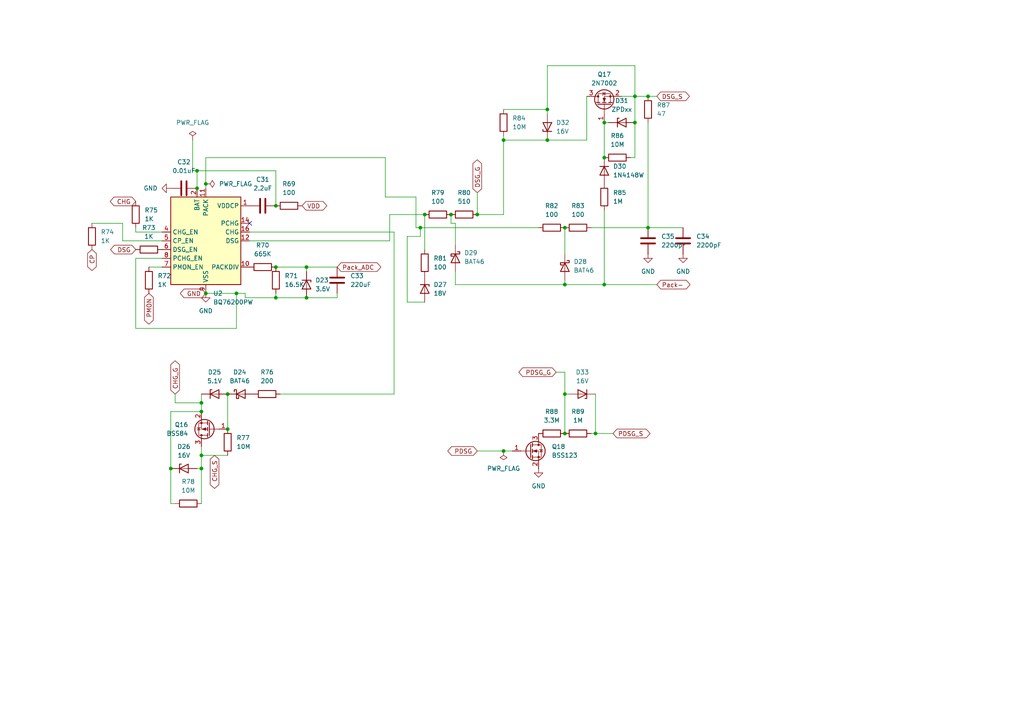
<source format=kicad_sch>
(kicad_sch
	(version 20250114)
	(generator "eeschema")
	(generator_version "9.0")
	(uuid "2cf5e001-2b0e-4f11-a317-3d8b2b1cb20d")
	(paper "A4")
	(lib_symbols
		(symbol "Battery_Management:BQ76200PW"
			(exclude_from_sim no)
			(in_bom yes)
			(on_board yes)
			(property "Reference" "U"
				(at -8.89 13.97 0)
				(effects
					(font
						(size 1.27 1.27)
					)
				)
			)
			(property "Value" "BQ76200PW"
				(at 7.62 13.97 0)
				(effects
					(font
						(size 1.27 1.27)
					)
				)
			)
			(property "Footprint" "Package_SO:TSSOP-16_4.4x5mm_P0.65mm"
				(at 21.59 -13.97 0)
				(effects
					(font
						(size 1.27 1.27)
					)
					(hide yes)
				)
			)
			(property "Datasheet" "http://www.ti.com/lit/ds/symlink/bq76200.pdf"
				(at 0 0 0)
				(effects
					(font
						(size 1.27 1.27)
					)
					(hide yes)
				)
			)
			(property "Description" "High Voltage Battery Pack Front-End Charge/Discharge High-Side NFET Driver, TSSOP-16"
				(at 0 0 0)
				(effects
					(font
						(size 1.27 1.27)
					)
					(hide yes)
				)
			)
			(property "ki_keywords" "Battery Pack Charge/Discharge High-Side"
				(at 0 0 0)
				(effects
					(font
						(size 1.27 1.27)
					)
					(hide yes)
				)
			)
			(property "ki_fp_filters" "TSSOP*4.4x5mm*P0.65mm*"
				(at 0 0 0)
				(effects
					(font
						(size 1.27 1.27)
					)
					(hide yes)
				)
			)
			(symbol "BQ76200PW_0_1"
				(rectangle
					(start -10.16 -12.7)
					(end 10.16 12.7)
					(stroke
						(width 0.254)
						(type default)
					)
					(fill
						(type background)
					)
				)
			)
			(symbol "BQ76200PW_1_1"
				(pin input line
					(at -12.7 2.54 0)
					(length 2.54)
					(name "CHG_EN"
						(effects
							(font
								(size 1.27 1.27)
							)
						)
					)
					(number "4"
						(effects
							(font
								(size 1.27 1.27)
							)
						)
					)
				)
				(pin input line
					(at -12.7 0 0)
					(length 2.54)
					(name "CP_EN"
						(effects
							(font
								(size 1.27 1.27)
							)
						)
					)
					(number "5"
						(effects
							(font
								(size 1.27 1.27)
							)
						)
					)
				)
				(pin input line
					(at -12.7 -2.54 0)
					(length 2.54)
					(name "DSG_EN"
						(effects
							(font
								(size 1.27 1.27)
							)
						)
					)
					(number "6"
						(effects
							(font
								(size 1.27 1.27)
							)
						)
					)
				)
				(pin input line
					(at -12.7 -5.08 0)
					(length 2.54)
					(name "PCHG_EN"
						(effects
							(font
								(size 1.27 1.27)
							)
						)
					)
					(number "8"
						(effects
							(font
								(size 1.27 1.27)
							)
						)
					)
				)
				(pin input line
					(at -12.7 -7.62 0)
					(length 2.54)
					(name "PMON_EN"
						(effects
							(font
								(size 1.27 1.27)
							)
						)
					)
					(number "7"
						(effects
							(font
								(size 1.27 1.27)
							)
						)
					)
				)
				(pin no_connect line
					(at -10.16 10.16 0)
					(length 2.54)
					(hide yes)
					(name "NC"
						(effects
							(font
								(size 1.27 1.27)
							)
						)
					)
					(number "3"
						(effects
							(font
								(size 1.27 1.27)
							)
						)
					)
				)
				(pin no_connect line
					(at -10.16 7.62 0)
					(length 2.54)
					(hide yes)
					(name "NC"
						(effects
							(font
								(size 1.27 1.27)
							)
						)
					)
					(number "13"
						(effects
							(font
								(size 1.27 1.27)
							)
						)
					)
				)
				(pin no_connect line
					(at -10.16 5.08 0)
					(length 2.54)
					(hide yes)
					(name "NC"
						(effects
							(font
								(size 1.27 1.27)
							)
						)
					)
					(number "15"
						(effects
							(font
								(size 1.27 1.27)
							)
						)
					)
				)
				(pin power_in line
					(at -2.54 15.24 270)
					(length 2.54)
					(name "BAT"
						(effects
							(font
								(size 1.27 1.27)
							)
						)
					)
					(number "2"
						(effects
							(font
								(size 1.27 1.27)
							)
						)
					)
				)
				(pin power_in line
					(at 0 15.24 270)
					(length 2.54)
					(name "PACK"
						(effects
							(font
								(size 1.27 1.27)
							)
						)
					)
					(number "11"
						(effects
							(font
								(size 1.27 1.27)
							)
						)
					)
				)
				(pin power_in line
					(at 0 -15.24 90)
					(length 2.54)
					(name "VSS"
						(effects
							(font
								(size 1.27 1.27)
							)
						)
					)
					(number "9"
						(effects
							(font
								(size 1.27 1.27)
							)
						)
					)
				)
				(pin output line
					(at 12.7 10.16 180)
					(length 2.54)
					(name "VDDCP"
						(effects
							(font
								(size 1.27 1.27)
							)
						)
					)
					(number "1"
						(effects
							(font
								(size 1.27 1.27)
							)
						)
					)
				)
				(pin output line
					(at 12.7 5.08 180)
					(length 2.54)
					(name "PCHG"
						(effects
							(font
								(size 1.27 1.27)
							)
						)
					)
					(number "14"
						(effects
							(font
								(size 1.27 1.27)
							)
						)
					)
				)
				(pin output line
					(at 12.7 2.54 180)
					(length 2.54)
					(name "CHG"
						(effects
							(font
								(size 1.27 1.27)
							)
						)
					)
					(number "16"
						(effects
							(font
								(size 1.27 1.27)
							)
						)
					)
				)
				(pin output line
					(at 12.7 0 180)
					(length 2.54)
					(name "DSG"
						(effects
							(font
								(size 1.27 1.27)
							)
						)
					)
					(number "12"
						(effects
							(font
								(size 1.27 1.27)
							)
						)
					)
				)
				(pin output line
					(at 12.7 -7.62 180)
					(length 2.54)
					(name "PACKDIV"
						(effects
							(font
								(size 1.27 1.27)
							)
						)
					)
					(number "10"
						(effects
							(font
								(size 1.27 1.27)
							)
						)
					)
				)
			)
			(embedded_fonts no)
		)
		(symbol "Device:C"
			(pin_numbers
				(hide yes)
			)
			(pin_names
				(offset 0.254)
			)
			(exclude_from_sim no)
			(in_bom yes)
			(on_board yes)
			(property "Reference" "C"
				(at 0.635 2.54 0)
				(effects
					(font
						(size 1.27 1.27)
					)
					(justify left)
				)
			)
			(property "Value" "C"
				(at 0.635 -2.54 0)
				(effects
					(font
						(size 1.27 1.27)
					)
					(justify left)
				)
			)
			(property "Footprint" ""
				(at 0.9652 -3.81 0)
				(effects
					(font
						(size 1.27 1.27)
					)
					(hide yes)
				)
			)
			(property "Datasheet" "~"
				(at 0 0 0)
				(effects
					(font
						(size 1.27 1.27)
					)
					(hide yes)
				)
			)
			(property "Description" "Unpolarized capacitor"
				(at 0 0 0)
				(effects
					(font
						(size 1.27 1.27)
					)
					(hide yes)
				)
			)
			(property "ki_keywords" "cap capacitor"
				(at 0 0 0)
				(effects
					(font
						(size 1.27 1.27)
					)
					(hide yes)
				)
			)
			(property "ki_fp_filters" "C_*"
				(at 0 0 0)
				(effects
					(font
						(size 1.27 1.27)
					)
					(hide yes)
				)
			)
			(symbol "C_0_1"
				(polyline
					(pts
						(xy -2.032 0.762) (xy 2.032 0.762)
					)
					(stroke
						(width 0.508)
						(type default)
					)
					(fill
						(type none)
					)
				)
				(polyline
					(pts
						(xy -2.032 -0.762) (xy 2.032 -0.762)
					)
					(stroke
						(width 0.508)
						(type default)
					)
					(fill
						(type none)
					)
				)
			)
			(symbol "C_1_1"
				(pin passive line
					(at 0 3.81 270)
					(length 2.794)
					(name "~"
						(effects
							(font
								(size 1.27 1.27)
							)
						)
					)
					(number "1"
						(effects
							(font
								(size 1.27 1.27)
							)
						)
					)
				)
				(pin passive line
					(at 0 -3.81 90)
					(length 2.794)
					(name "~"
						(effects
							(font
								(size 1.27 1.27)
							)
						)
					)
					(number "2"
						(effects
							(font
								(size 1.27 1.27)
							)
						)
					)
				)
			)
			(embedded_fonts no)
		)
		(symbol "Device:R"
			(pin_numbers
				(hide yes)
			)
			(pin_names
				(offset 0)
			)
			(exclude_from_sim no)
			(in_bom yes)
			(on_board yes)
			(property "Reference" "R"
				(at 2.032 0 90)
				(effects
					(font
						(size 1.27 1.27)
					)
				)
			)
			(property "Value" "R"
				(at 0 0 90)
				(effects
					(font
						(size 1.27 1.27)
					)
				)
			)
			(property "Footprint" ""
				(at -1.778 0 90)
				(effects
					(font
						(size 1.27 1.27)
					)
					(hide yes)
				)
			)
			(property "Datasheet" "~"
				(at 0 0 0)
				(effects
					(font
						(size 1.27 1.27)
					)
					(hide yes)
				)
			)
			(property "Description" "Resistor"
				(at 0 0 0)
				(effects
					(font
						(size 1.27 1.27)
					)
					(hide yes)
				)
			)
			(property "ki_keywords" "R res resistor"
				(at 0 0 0)
				(effects
					(font
						(size 1.27 1.27)
					)
					(hide yes)
				)
			)
			(property "ki_fp_filters" "R_*"
				(at 0 0 0)
				(effects
					(font
						(size 1.27 1.27)
					)
					(hide yes)
				)
			)
			(symbol "R_0_1"
				(rectangle
					(start -1.016 -2.54)
					(end 1.016 2.54)
					(stroke
						(width 0.254)
						(type default)
					)
					(fill
						(type none)
					)
				)
			)
			(symbol "R_1_1"
				(pin passive line
					(at 0 3.81 270)
					(length 1.27)
					(name "~"
						(effects
							(font
								(size 1.27 1.27)
							)
						)
					)
					(number "1"
						(effects
							(font
								(size 1.27 1.27)
							)
						)
					)
				)
				(pin passive line
					(at 0 -3.81 90)
					(length 1.27)
					(name "~"
						(effects
							(font
								(size 1.27 1.27)
							)
						)
					)
					(number "2"
						(effects
							(font
								(size 1.27 1.27)
							)
						)
					)
				)
			)
			(embedded_fonts no)
		)
		(symbol "Diode:1N4148W"
			(pin_numbers
				(hide yes)
			)
			(pin_names
				(hide yes)
			)
			(exclude_from_sim no)
			(in_bom yes)
			(on_board yes)
			(property "Reference" "D"
				(at 0 2.54 0)
				(effects
					(font
						(size 1.27 1.27)
					)
				)
			)
			(property "Value" "1N4148W"
				(at 0 -2.54 0)
				(effects
					(font
						(size 1.27 1.27)
					)
				)
			)
			(property "Footprint" "Diode_SMD:D_SOD-123"
				(at 0 -4.445 0)
				(effects
					(font
						(size 1.27 1.27)
					)
					(hide yes)
				)
			)
			(property "Datasheet" "https://www.vishay.com/docs/85748/1n4148w.pdf"
				(at 0 0 0)
				(effects
					(font
						(size 1.27 1.27)
					)
					(hide yes)
				)
			)
			(property "Description" "75V 0.15A Fast Switching Diode, SOD-123"
				(at 0 0 0)
				(effects
					(font
						(size 1.27 1.27)
					)
					(hide yes)
				)
			)
			(property "Sim.Device" "D"
				(at 0 0 0)
				(effects
					(font
						(size 1.27 1.27)
					)
					(hide yes)
				)
			)
			(property "Sim.Pins" "1=K 2=A"
				(at 0 0 0)
				(effects
					(font
						(size 1.27 1.27)
					)
					(hide yes)
				)
			)
			(property "ki_keywords" "diode"
				(at 0 0 0)
				(effects
					(font
						(size 1.27 1.27)
					)
					(hide yes)
				)
			)
			(property "ki_fp_filters" "D*SOD?123*"
				(at 0 0 0)
				(effects
					(font
						(size 1.27 1.27)
					)
					(hide yes)
				)
			)
			(symbol "1N4148W_0_1"
				(polyline
					(pts
						(xy -1.27 1.27) (xy -1.27 -1.27)
					)
					(stroke
						(width 0.254)
						(type default)
					)
					(fill
						(type none)
					)
				)
				(polyline
					(pts
						(xy 1.27 1.27) (xy 1.27 -1.27) (xy -1.27 0) (xy 1.27 1.27)
					)
					(stroke
						(width 0.254)
						(type default)
					)
					(fill
						(type none)
					)
				)
				(polyline
					(pts
						(xy 1.27 0) (xy -1.27 0)
					)
					(stroke
						(width 0)
						(type default)
					)
					(fill
						(type none)
					)
				)
			)
			(symbol "1N4148W_1_1"
				(pin passive line
					(at -3.81 0 0)
					(length 2.54)
					(name "K"
						(effects
							(font
								(size 1.27 1.27)
							)
						)
					)
					(number "1"
						(effects
							(font
								(size 1.27 1.27)
							)
						)
					)
				)
				(pin passive line
					(at 3.81 0 180)
					(length 2.54)
					(name "A"
						(effects
							(font
								(size 1.27 1.27)
							)
						)
					)
					(number "2"
						(effects
							(font
								(size 1.27 1.27)
							)
						)
					)
				)
			)
			(embedded_fonts no)
		)
		(symbol "Diode:BAT46"
			(pin_numbers
				(hide yes)
			)
			(pin_names
				(offset 1.016)
				(hide yes)
			)
			(exclude_from_sim no)
			(in_bom yes)
			(on_board yes)
			(property "Reference" "D"
				(at 0 2.54 0)
				(effects
					(font
						(size 1.27 1.27)
					)
				)
			)
			(property "Value" "BAT46"
				(at 0 -2.54 0)
				(effects
					(font
						(size 1.27 1.27)
					)
				)
			)
			(property "Footprint" "Diode_THT:D_DO-35_SOD27_P7.62mm_Horizontal"
				(at 0 -4.445 0)
				(effects
					(font
						(size 1.27 1.27)
					)
					(hide yes)
				)
			)
			(property "Datasheet" "http://www.vishay.com/docs/85662/bat46.pdf"
				(at 0 0 0)
				(effects
					(font
						(size 1.27 1.27)
					)
					(hide yes)
				)
			)
			(property "Description" "100V 0.15A Small Signal Schottky Diode, DO-35"
				(at 0 0 0)
				(effects
					(font
						(size 1.27 1.27)
					)
					(hide yes)
				)
			)
			(property "ki_keywords" "diode Schottky"
				(at 0 0 0)
				(effects
					(font
						(size 1.27 1.27)
					)
					(hide yes)
				)
			)
			(property "ki_fp_filters" "D*DO?35*"
				(at 0 0 0)
				(effects
					(font
						(size 1.27 1.27)
					)
					(hide yes)
				)
			)
			(symbol "BAT46_0_1"
				(polyline
					(pts
						(xy -1.905 0.635) (xy -1.905 1.27) (xy -1.27 1.27) (xy -1.27 -1.27) (xy -0.635 -1.27) (xy -0.635 -0.635)
					)
					(stroke
						(width 0.254)
						(type default)
					)
					(fill
						(type none)
					)
				)
				(polyline
					(pts
						(xy 1.27 1.27) (xy 1.27 -1.27) (xy -1.27 0) (xy 1.27 1.27)
					)
					(stroke
						(width 0.254)
						(type default)
					)
					(fill
						(type none)
					)
				)
				(polyline
					(pts
						(xy 1.27 0) (xy -1.27 0)
					)
					(stroke
						(width 0)
						(type default)
					)
					(fill
						(type none)
					)
				)
			)
			(symbol "BAT46_1_1"
				(pin passive line
					(at -3.81 0 0)
					(length 2.54)
					(name "K"
						(effects
							(font
								(size 1.27 1.27)
							)
						)
					)
					(number "1"
						(effects
							(font
								(size 1.27 1.27)
							)
						)
					)
				)
				(pin passive line
					(at 3.81 0 180)
					(length 2.54)
					(name "A"
						(effects
							(font
								(size 1.27 1.27)
							)
						)
					)
					(number "2"
						(effects
							(font
								(size 1.27 1.27)
							)
						)
					)
				)
			)
			(embedded_fonts no)
		)
		(symbol "Diode:ZMMxx"
			(pin_numbers
				(hide yes)
			)
			(pin_names
				(hide yes)
			)
			(exclude_from_sim no)
			(in_bom yes)
			(on_board yes)
			(property "Reference" "D"
				(at 0 2.54 0)
				(effects
					(font
						(size 1.27 1.27)
					)
				)
			)
			(property "Value" "ZMMxx"
				(at 0 -2.54 0)
				(effects
					(font
						(size 1.27 1.27)
					)
				)
			)
			(property "Footprint" "Diode_SMD:D_MiniMELF"
				(at 0 -4.445 0)
				(effects
					(font
						(size 1.27 1.27)
					)
					(hide yes)
				)
			)
			(property "Datasheet" "https://diotec.com/tl_files/diotec/files/pdf/datasheets/zmm1.pdf"
				(at 0 0 0)
				(effects
					(font
						(size 1.27 1.27)
					)
					(hide yes)
				)
			)
			(property "Description" "500mW Zener Diode, MiniMELF"
				(at 0 0 0)
				(effects
					(font
						(size 1.27 1.27)
					)
					(hide yes)
				)
			)
			(property "ki_keywords" "zener diode"
				(at 0 0 0)
				(effects
					(font
						(size 1.27 1.27)
					)
					(hide yes)
				)
			)
			(property "ki_fp_filters" "D*MiniMELF*"
				(at 0 0 0)
				(effects
					(font
						(size 1.27 1.27)
					)
					(hide yes)
				)
			)
			(symbol "ZMMxx_0_1"
				(polyline
					(pts
						(xy -1.27 -1.27) (xy -1.27 1.27) (xy -0.762 1.27)
					)
					(stroke
						(width 0.254)
						(type default)
					)
					(fill
						(type none)
					)
				)
				(polyline
					(pts
						(xy 1.27 0) (xy -1.27 0)
					)
					(stroke
						(width 0)
						(type default)
					)
					(fill
						(type none)
					)
				)
				(polyline
					(pts
						(xy 1.27 -1.27) (xy 1.27 1.27) (xy -1.27 0) (xy 1.27 -1.27)
					)
					(stroke
						(width 0.254)
						(type default)
					)
					(fill
						(type none)
					)
				)
			)
			(symbol "ZMMxx_1_1"
				(pin passive line
					(at -3.81 0 0)
					(length 2.54)
					(name "K"
						(effects
							(font
								(size 1.27 1.27)
							)
						)
					)
					(number "1"
						(effects
							(font
								(size 1.27 1.27)
							)
						)
					)
				)
				(pin passive line
					(at 3.81 0 180)
					(length 2.54)
					(name "A"
						(effects
							(font
								(size 1.27 1.27)
							)
						)
					)
					(number "2"
						(effects
							(font
								(size 1.27 1.27)
							)
						)
					)
				)
			)
			(embedded_fonts no)
		)
		(symbol "Diode:ZPDxx"
			(pin_numbers
				(hide yes)
			)
			(pin_names
				(hide yes)
			)
			(exclude_from_sim no)
			(in_bom yes)
			(on_board yes)
			(property "Reference" "D"
				(at 0 2.54 0)
				(effects
					(font
						(size 1.27 1.27)
					)
				)
			)
			(property "Value" "ZPDxx"
				(at 0 -2.54 0)
				(effects
					(font
						(size 1.27 1.27)
					)
				)
			)
			(property "Footprint" "Diode_THT:D_DO-35_SOD27_P10.16mm_Horizontal"
				(at 0 -4.445 0)
				(effects
					(font
						(size 1.27 1.27)
					)
					(hide yes)
				)
			)
			(property "Datasheet" "http://diotec.com/tl_files/diotec/files/pdf/datasheets/zpd1"
				(at 0 0 0)
				(effects
					(font
						(size 1.27 1.27)
					)
					(hide yes)
				)
			)
			(property "Description" "500mW Zener Diode, DO-35"
				(at 0 0 0)
				(effects
					(font
						(size 1.27 1.27)
					)
					(hide yes)
				)
			)
			(property "ki_keywords" "zener diode"
				(at 0 0 0)
				(effects
					(font
						(size 1.27 1.27)
					)
					(hide yes)
				)
			)
			(property "ki_fp_filters" "D*DO?35*"
				(at 0 0 0)
				(effects
					(font
						(size 1.27 1.27)
					)
					(hide yes)
				)
			)
			(symbol "ZPDxx_0_1"
				(polyline
					(pts
						(xy -1.27 -1.27) (xy -1.27 1.27) (xy -0.762 1.27)
					)
					(stroke
						(width 0.254)
						(type default)
					)
					(fill
						(type none)
					)
				)
				(polyline
					(pts
						(xy 1.27 0) (xy -1.27 0)
					)
					(stroke
						(width 0)
						(type default)
					)
					(fill
						(type none)
					)
				)
				(polyline
					(pts
						(xy 1.27 -1.27) (xy 1.27 1.27) (xy -1.27 0) (xy 1.27 -1.27)
					)
					(stroke
						(width 0.254)
						(type default)
					)
					(fill
						(type none)
					)
				)
			)
			(symbol "ZPDxx_1_1"
				(pin passive line
					(at -3.81 0 0)
					(length 2.54)
					(name "K"
						(effects
							(font
								(size 1.27 1.27)
							)
						)
					)
					(number "1"
						(effects
							(font
								(size 1.27 1.27)
							)
						)
					)
				)
				(pin passive line
					(at 3.81 0 180)
					(length 2.54)
					(name "A"
						(effects
							(font
								(size 1.27 1.27)
							)
						)
					)
					(number "2"
						(effects
							(font
								(size 1.27 1.27)
							)
						)
					)
				)
			)
			(embedded_fonts no)
		)
		(symbol "Transistor_FET:2N7002"
			(pin_names
				(hide yes)
			)
			(exclude_from_sim no)
			(in_bom yes)
			(on_board yes)
			(property "Reference" "Q"
				(at 5.08 1.905 0)
				(effects
					(font
						(size 1.27 1.27)
					)
					(justify left)
				)
			)
			(property "Value" "2N7002"
				(at 5.08 0 0)
				(effects
					(font
						(size 1.27 1.27)
					)
					(justify left)
				)
			)
			(property "Footprint" "Package_TO_SOT_SMD:SOT-23"
				(at 5.08 -1.905 0)
				(effects
					(font
						(size 1.27 1.27)
						(italic yes)
					)
					(justify left)
					(hide yes)
				)
			)
			(property "Datasheet" "https://www.onsemi.com/pub/Collateral/NDS7002A-D.PDF"
				(at 5.08 -3.81 0)
				(effects
					(font
						(size 1.27 1.27)
					)
					(justify left)
					(hide yes)
				)
			)
			(property "Description" "0.115A Id, 60V Vds, N-Channel MOSFET, SOT-23"
				(at 0 0 0)
				(effects
					(font
						(size 1.27 1.27)
					)
					(hide yes)
				)
			)
			(property "ki_keywords" "N-Channel Switching MOSFET"
				(at 0 0 0)
				(effects
					(font
						(size 1.27 1.27)
					)
					(hide yes)
				)
			)
			(property "ki_fp_filters" "SOT?23*"
				(at 0 0 0)
				(effects
					(font
						(size 1.27 1.27)
					)
					(hide yes)
				)
			)
			(symbol "2N7002_0_1"
				(polyline
					(pts
						(xy 0.254 1.905) (xy 0.254 -1.905)
					)
					(stroke
						(width 0.254)
						(type default)
					)
					(fill
						(type none)
					)
				)
				(polyline
					(pts
						(xy 0.254 0) (xy -2.54 0)
					)
					(stroke
						(width 0)
						(type default)
					)
					(fill
						(type none)
					)
				)
				(polyline
					(pts
						(xy 0.762 2.286) (xy 0.762 1.27)
					)
					(stroke
						(width 0.254)
						(type default)
					)
					(fill
						(type none)
					)
				)
				(polyline
					(pts
						(xy 0.762 0.508) (xy 0.762 -0.508)
					)
					(stroke
						(width 0.254)
						(type default)
					)
					(fill
						(type none)
					)
				)
				(polyline
					(pts
						(xy 0.762 -1.27) (xy 0.762 -2.286)
					)
					(stroke
						(width 0.254)
						(type default)
					)
					(fill
						(type none)
					)
				)
				(polyline
					(pts
						(xy 0.762 -1.778) (xy 3.302 -1.778) (xy 3.302 1.778) (xy 0.762 1.778)
					)
					(stroke
						(width 0)
						(type default)
					)
					(fill
						(type none)
					)
				)
				(polyline
					(pts
						(xy 1.016 0) (xy 2.032 0.381) (xy 2.032 -0.381) (xy 1.016 0)
					)
					(stroke
						(width 0)
						(type default)
					)
					(fill
						(type outline)
					)
				)
				(circle
					(center 1.651 0)
					(radius 2.794)
					(stroke
						(width 0.254)
						(type default)
					)
					(fill
						(type none)
					)
				)
				(polyline
					(pts
						(xy 2.54 2.54) (xy 2.54 1.778)
					)
					(stroke
						(width 0)
						(type default)
					)
					(fill
						(type none)
					)
				)
				(circle
					(center 2.54 1.778)
					(radius 0.254)
					(stroke
						(width 0)
						(type default)
					)
					(fill
						(type outline)
					)
				)
				(circle
					(center 2.54 -1.778)
					(radius 0.254)
					(stroke
						(width 0)
						(type default)
					)
					(fill
						(type outline)
					)
				)
				(polyline
					(pts
						(xy 2.54 -2.54) (xy 2.54 0) (xy 0.762 0)
					)
					(stroke
						(width 0)
						(type default)
					)
					(fill
						(type none)
					)
				)
				(polyline
					(pts
						(xy 2.794 0.508) (xy 2.921 0.381) (xy 3.683 0.381) (xy 3.81 0.254)
					)
					(stroke
						(width 0)
						(type default)
					)
					(fill
						(type none)
					)
				)
				(polyline
					(pts
						(xy 3.302 0.381) (xy 2.921 -0.254) (xy 3.683 -0.254) (xy 3.302 0.381)
					)
					(stroke
						(width 0)
						(type default)
					)
					(fill
						(type none)
					)
				)
			)
			(symbol "2N7002_1_1"
				(pin input line
					(at -5.08 0 0)
					(length 2.54)
					(name "G"
						(effects
							(font
								(size 1.27 1.27)
							)
						)
					)
					(number "1"
						(effects
							(font
								(size 1.27 1.27)
							)
						)
					)
				)
				(pin passive line
					(at 2.54 5.08 270)
					(length 2.54)
					(name "D"
						(effects
							(font
								(size 1.27 1.27)
							)
						)
					)
					(number "3"
						(effects
							(font
								(size 1.27 1.27)
							)
						)
					)
				)
				(pin passive line
					(at 2.54 -5.08 90)
					(length 2.54)
					(name "S"
						(effects
							(font
								(size 1.27 1.27)
							)
						)
					)
					(number "2"
						(effects
							(font
								(size 1.27 1.27)
							)
						)
					)
				)
			)
			(embedded_fonts no)
		)
		(symbol "Transistor_FET:BSS123"
			(pin_names
				(hide yes)
			)
			(exclude_from_sim no)
			(in_bom yes)
			(on_board yes)
			(property "Reference" "Q"
				(at 5.08 1.905 0)
				(effects
					(font
						(size 1.27 1.27)
					)
					(justify left)
				)
			)
			(property "Value" "BSS123"
				(at 5.08 0 0)
				(effects
					(font
						(size 1.27 1.27)
					)
					(justify left)
				)
			)
			(property "Footprint" "Package_TO_SOT_SMD:SOT-23"
				(at 5.08 -1.905 0)
				(effects
					(font
						(size 1.27 1.27)
						(italic yes)
					)
					(justify left)
					(hide yes)
				)
			)
			(property "Datasheet" "http://www.diodes.com/assets/Datasheets/ds30366.pdf"
				(at 5.08 -3.81 0)
				(effects
					(font
						(size 1.27 1.27)
					)
					(justify left)
					(hide yes)
				)
			)
			(property "Description" "0.17A Id, 100V Vds, N-Channel MOSFET, SOT-23"
				(at 0 0 0)
				(effects
					(font
						(size 1.27 1.27)
					)
					(hide yes)
				)
			)
			(property "ki_keywords" "N-Channel MOSFET"
				(at 0 0 0)
				(effects
					(font
						(size 1.27 1.27)
					)
					(hide yes)
				)
			)
			(property "ki_fp_filters" "SOT?23*"
				(at 0 0 0)
				(effects
					(font
						(size 1.27 1.27)
					)
					(hide yes)
				)
			)
			(symbol "BSS123_0_1"
				(polyline
					(pts
						(xy 0.254 1.905) (xy 0.254 -1.905)
					)
					(stroke
						(width 0.254)
						(type default)
					)
					(fill
						(type none)
					)
				)
				(polyline
					(pts
						(xy 0.254 0) (xy -2.54 0)
					)
					(stroke
						(width 0)
						(type default)
					)
					(fill
						(type none)
					)
				)
				(polyline
					(pts
						(xy 0.762 2.286) (xy 0.762 1.27)
					)
					(stroke
						(width 0.254)
						(type default)
					)
					(fill
						(type none)
					)
				)
				(polyline
					(pts
						(xy 0.762 0.508) (xy 0.762 -0.508)
					)
					(stroke
						(width 0.254)
						(type default)
					)
					(fill
						(type none)
					)
				)
				(polyline
					(pts
						(xy 0.762 -1.27) (xy 0.762 -2.286)
					)
					(stroke
						(width 0.254)
						(type default)
					)
					(fill
						(type none)
					)
				)
				(polyline
					(pts
						(xy 0.762 -1.778) (xy 3.302 -1.778) (xy 3.302 1.778) (xy 0.762 1.778)
					)
					(stroke
						(width 0)
						(type default)
					)
					(fill
						(type none)
					)
				)
				(polyline
					(pts
						(xy 1.016 0) (xy 2.032 0.381) (xy 2.032 -0.381) (xy 1.016 0)
					)
					(stroke
						(width 0)
						(type default)
					)
					(fill
						(type outline)
					)
				)
				(circle
					(center 1.651 0)
					(radius 2.794)
					(stroke
						(width 0.254)
						(type default)
					)
					(fill
						(type none)
					)
				)
				(polyline
					(pts
						(xy 2.54 2.54) (xy 2.54 1.778)
					)
					(stroke
						(width 0)
						(type default)
					)
					(fill
						(type none)
					)
				)
				(circle
					(center 2.54 1.778)
					(radius 0.254)
					(stroke
						(width 0)
						(type default)
					)
					(fill
						(type outline)
					)
				)
				(circle
					(center 2.54 -1.778)
					(radius 0.254)
					(stroke
						(width 0)
						(type default)
					)
					(fill
						(type outline)
					)
				)
				(polyline
					(pts
						(xy 2.54 -2.54) (xy 2.54 0) (xy 0.762 0)
					)
					(stroke
						(width 0)
						(type default)
					)
					(fill
						(type none)
					)
				)
				(polyline
					(pts
						(xy 2.794 0.508) (xy 2.921 0.381) (xy 3.683 0.381) (xy 3.81 0.254)
					)
					(stroke
						(width 0)
						(type default)
					)
					(fill
						(type none)
					)
				)
				(polyline
					(pts
						(xy 3.302 0.381) (xy 2.921 -0.254) (xy 3.683 -0.254) (xy 3.302 0.381)
					)
					(stroke
						(width 0)
						(type default)
					)
					(fill
						(type none)
					)
				)
			)
			(symbol "BSS123_1_1"
				(pin input line
					(at -5.08 0 0)
					(length 2.54)
					(name "G"
						(effects
							(font
								(size 1.27 1.27)
							)
						)
					)
					(number "1"
						(effects
							(font
								(size 1.27 1.27)
							)
						)
					)
				)
				(pin passive line
					(at 2.54 5.08 270)
					(length 2.54)
					(name "D"
						(effects
							(font
								(size 1.27 1.27)
							)
						)
					)
					(number "3"
						(effects
							(font
								(size 1.27 1.27)
							)
						)
					)
				)
				(pin passive line
					(at 2.54 -5.08 90)
					(length 2.54)
					(name "S"
						(effects
							(font
								(size 1.27 1.27)
							)
						)
					)
					(number "2"
						(effects
							(font
								(size 1.27 1.27)
							)
						)
					)
				)
			)
			(embedded_fonts no)
		)
		(symbol "Transistor_FET:BSS84"
			(pin_names
				(hide yes)
			)
			(exclude_from_sim no)
			(in_bom yes)
			(on_board yes)
			(property "Reference" "Q"
				(at 5.08 1.905 0)
				(effects
					(font
						(size 1.27 1.27)
					)
					(justify left)
				)
			)
			(property "Value" "BSS84"
				(at 5.08 0 0)
				(effects
					(font
						(size 1.27 1.27)
					)
					(justify left)
				)
			)
			(property "Footprint" "Package_TO_SOT_SMD:SOT-23"
				(at 5.08 -1.905 0)
				(effects
					(font
						(size 1.27 1.27)
						(italic yes)
					)
					(justify left)
					(hide yes)
				)
			)
			(property "Datasheet" "http://assets.nexperia.com/documents/data-sheet/BSS84.pdf"
				(at 5.08 -3.81 0)
				(effects
					(font
						(size 1.27 1.27)
					)
					(justify left)
					(hide yes)
				)
			)
			(property "Description" "-0.13A Id, -50V Vds, P-Channel MOSFET, SOT-23"
				(at 0 0 0)
				(effects
					(font
						(size 1.27 1.27)
					)
					(hide yes)
				)
			)
			(property "ki_keywords" "P-Channel MOSFET"
				(at 0 0 0)
				(effects
					(font
						(size 1.27 1.27)
					)
					(hide yes)
				)
			)
			(property "ki_fp_filters" "SOT?23*"
				(at 0 0 0)
				(effects
					(font
						(size 1.27 1.27)
					)
					(hide yes)
				)
			)
			(symbol "BSS84_0_1"
				(polyline
					(pts
						(xy 0.254 1.905) (xy 0.254 -1.905)
					)
					(stroke
						(width 0.254)
						(type default)
					)
					(fill
						(type none)
					)
				)
				(polyline
					(pts
						(xy 0.254 0) (xy -2.54 0)
					)
					(stroke
						(width 0)
						(type default)
					)
					(fill
						(type none)
					)
				)
				(polyline
					(pts
						(xy 0.762 2.286) (xy 0.762 1.27)
					)
					(stroke
						(width 0.254)
						(type default)
					)
					(fill
						(type none)
					)
				)
				(polyline
					(pts
						(xy 0.762 1.778) (xy 3.302 1.778) (xy 3.302 -1.778) (xy 0.762 -1.778)
					)
					(stroke
						(width 0)
						(type default)
					)
					(fill
						(type none)
					)
				)
				(polyline
					(pts
						(xy 0.762 0.508) (xy 0.762 -0.508)
					)
					(stroke
						(width 0.254)
						(type default)
					)
					(fill
						(type none)
					)
				)
				(polyline
					(pts
						(xy 0.762 -1.27) (xy 0.762 -2.286)
					)
					(stroke
						(width 0.254)
						(type default)
					)
					(fill
						(type none)
					)
				)
				(circle
					(center 1.651 0)
					(radius 2.794)
					(stroke
						(width 0.254)
						(type default)
					)
					(fill
						(type none)
					)
				)
				(polyline
					(pts
						(xy 2.286 0) (xy 1.27 0.381) (xy 1.27 -0.381) (xy 2.286 0)
					)
					(stroke
						(width 0)
						(type default)
					)
					(fill
						(type outline)
					)
				)
				(polyline
					(pts
						(xy 2.54 2.54) (xy 2.54 1.778)
					)
					(stroke
						(width 0)
						(type default)
					)
					(fill
						(type none)
					)
				)
				(circle
					(center 2.54 1.778)
					(radius 0.254)
					(stroke
						(width 0)
						(type default)
					)
					(fill
						(type outline)
					)
				)
				(circle
					(center 2.54 -1.778)
					(radius 0.254)
					(stroke
						(width 0)
						(type default)
					)
					(fill
						(type outline)
					)
				)
				(polyline
					(pts
						(xy 2.54 -2.54) (xy 2.54 0) (xy 0.762 0)
					)
					(stroke
						(width 0)
						(type default)
					)
					(fill
						(type none)
					)
				)
				(polyline
					(pts
						(xy 2.794 -0.508) (xy 2.921 -0.381) (xy 3.683 -0.381) (xy 3.81 -0.254)
					)
					(stroke
						(width 0)
						(type default)
					)
					(fill
						(type none)
					)
				)
				(polyline
					(pts
						(xy 3.302 -0.381) (xy 2.921 0.254) (xy 3.683 0.254) (xy 3.302 -0.381)
					)
					(stroke
						(width 0)
						(type default)
					)
					(fill
						(type none)
					)
				)
			)
			(symbol "BSS84_1_1"
				(pin input line
					(at -5.08 0 0)
					(length 2.54)
					(name "G"
						(effects
							(font
								(size 1.27 1.27)
							)
						)
					)
					(number "1"
						(effects
							(font
								(size 1.27 1.27)
							)
						)
					)
				)
				(pin passive line
					(at 2.54 5.08 270)
					(length 2.54)
					(name "D"
						(effects
							(font
								(size 1.27 1.27)
							)
						)
					)
					(number "3"
						(effects
							(font
								(size 1.27 1.27)
							)
						)
					)
				)
				(pin passive line
					(at 2.54 -5.08 90)
					(length 2.54)
					(name "S"
						(effects
							(font
								(size 1.27 1.27)
							)
						)
					)
					(number "2"
						(effects
							(font
								(size 1.27 1.27)
							)
						)
					)
				)
			)
			(embedded_fonts no)
		)
		(symbol "power:GND"
			(power)
			(pin_numbers
				(hide yes)
			)
			(pin_names
				(offset 0)
				(hide yes)
			)
			(exclude_from_sim no)
			(in_bom yes)
			(on_board yes)
			(property "Reference" "#PWR"
				(at 0 -6.35 0)
				(effects
					(font
						(size 1.27 1.27)
					)
					(hide yes)
				)
			)
			(property "Value" "GND"
				(at 0 -3.81 0)
				(effects
					(font
						(size 1.27 1.27)
					)
				)
			)
			(property "Footprint" ""
				(at 0 0 0)
				(effects
					(font
						(size 1.27 1.27)
					)
					(hide yes)
				)
			)
			(property "Datasheet" ""
				(at 0 0 0)
				(effects
					(font
						(size 1.27 1.27)
					)
					(hide yes)
				)
			)
			(property "Description" "Power symbol creates a global label with name \"GND\" , ground"
				(at 0 0 0)
				(effects
					(font
						(size 1.27 1.27)
					)
					(hide yes)
				)
			)
			(property "ki_keywords" "global power"
				(at 0 0 0)
				(effects
					(font
						(size 1.27 1.27)
					)
					(hide yes)
				)
			)
			(symbol "GND_0_1"
				(polyline
					(pts
						(xy 0 0) (xy 0 -1.27) (xy 1.27 -1.27) (xy 0 -2.54) (xy -1.27 -1.27) (xy 0 -1.27)
					)
					(stroke
						(width 0)
						(type default)
					)
					(fill
						(type none)
					)
				)
			)
			(symbol "GND_1_1"
				(pin power_in line
					(at 0 0 270)
					(length 0)
					(name "~"
						(effects
							(font
								(size 1.27 1.27)
							)
						)
					)
					(number "1"
						(effects
							(font
								(size 1.27 1.27)
							)
						)
					)
				)
			)
			(embedded_fonts no)
		)
		(symbol "power:PWR_FLAG"
			(power)
			(pin_numbers
				(hide yes)
			)
			(pin_names
				(offset 0)
				(hide yes)
			)
			(exclude_from_sim no)
			(in_bom yes)
			(on_board yes)
			(property "Reference" "#FLG"
				(at 0 1.905 0)
				(effects
					(font
						(size 1.27 1.27)
					)
					(hide yes)
				)
			)
			(property "Value" "PWR_FLAG"
				(at 0 3.81 0)
				(effects
					(font
						(size 1.27 1.27)
					)
				)
			)
			(property "Footprint" ""
				(at 0 0 0)
				(effects
					(font
						(size 1.27 1.27)
					)
					(hide yes)
				)
			)
			(property "Datasheet" "~"
				(at 0 0 0)
				(effects
					(font
						(size 1.27 1.27)
					)
					(hide yes)
				)
			)
			(property "Description" "Special symbol for telling ERC where power comes from"
				(at 0 0 0)
				(effects
					(font
						(size 1.27 1.27)
					)
					(hide yes)
				)
			)
			(property "ki_keywords" "flag power"
				(at 0 0 0)
				(effects
					(font
						(size 1.27 1.27)
					)
					(hide yes)
				)
			)
			(symbol "PWR_FLAG_0_0"
				(pin power_out line
					(at 0 0 90)
					(length 0)
					(name "~"
						(effects
							(font
								(size 1.27 1.27)
							)
						)
					)
					(number "1"
						(effects
							(font
								(size 1.27 1.27)
							)
						)
					)
				)
			)
			(symbol "PWR_FLAG_0_1"
				(polyline
					(pts
						(xy 0 0) (xy 0 1.27) (xy -1.016 1.905) (xy 0 2.54) (xy 1.016 1.905) (xy 0 1.27)
					)
					(stroke
						(width 0)
						(type default)
					)
					(fill
						(type none)
					)
				)
			)
			(embedded_fonts no)
		)
	)
	(junction
		(at 66.04 114.3)
		(diameter 0)
		(color 0 0 0 0)
		(uuid "04204ddf-046f-42d9-ab40-07e7d1554373")
	)
	(junction
		(at 184.15 27.94)
		(diameter 0)
		(color 0 0 0 0)
		(uuid "0b5c2ee0-b3f3-460b-8005-f93893954ef2")
	)
	(junction
		(at 68.58 85.09)
		(diameter 0)
		(color 0 0 0 0)
		(uuid "0dc6a82e-2492-4bd2-9cc4-22c1e3583361")
	)
	(junction
		(at 58.42 135.89)
		(diameter 0)
		(color 0 0 0 0)
		(uuid "1124799e-9557-41ea-b1b6-542fd2a41562")
	)
	(junction
		(at 187.96 66.04)
		(diameter 0)
		(color 0 0 0 0)
		(uuid "1d1e36c3-c60b-4f30-aad2-7cedd61a0879")
	)
	(junction
		(at 138.43 62.23)
		(diameter 0)
		(color 0 0 0 0)
		(uuid "1f705f56-07dc-472c-94da-914b480438fc")
	)
	(junction
		(at 59.69 85.09)
		(diameter 0)
		(color 0 0 0 0)
		(uuid "2e454ef5-32df-4bed-a823-496d125f095e")
	)
	(junction
		(at 80.01 86.36)
		(diameter 0)
		(color 0 0 0 0)
		(uuid "2eb64bfe-a31f-494f-a07b-20dcfdc2674d")
	)
	(junction
		(at 123.19 62.23)
		(diameter 0)
		(color 0 0 0 0)
		(uuid "3b6326d9-29ec-49b8-bc00-68ef8057480d")
	)
	(junction
		(at 158.75 40.64)
		(diameter 0)
		(color 0 0 0 0)
		(uuid "3fd361ba-2f88-4018-b058-c82060f168ca")
	)
	(junction
		(at 57.15 54.61)
		(diameter 0)
		(color 0 0 0 0)
		(uuid "44ad9c63-e2e6-4c14-a20b-ae61c4b38c3f")
	)
	(junction
		(at 163.83 125.73)
		(diameter 0)
		(color 0 0 0 0)
		(uuid "48cbd266-7a27-4f04-902b-23efb59d5924")
	)
	(junction
		(at 146.05 40.64)
		(diameter 0)
		(color 0 0 0 0)
		(uuid "4c6df8fe-f7b8-4455-8077-6ce26e0718fb")
	)
	(junction
		(at 80.01 77.47)
		(diameter 0)
		(color 0 0 0 0)
		(uuid "515baa7b-1ff9-466a-9e4b-cf59a6f09d56")
	)
	(junction
		(at 163.83 114.3)
		(diameter 0)
		(color 0 0 0 0)
		(uuid "6bae6ed1-37f3-4ed1-b6ed-355a1e94dc81")
	)
	(junction
		(at 172.72 125.73)
		(diameter 0)
		(color 0 0 0 0)
		(uuid "6d752575-37d4-4d3a-9cf9-d7158a8d48e7")
	)
	(junction
		(at 146.05 130.81)
		(diameter 0)
		(color 0 0 0 0)
		(uuid "819bd0a5-fd7a-4214-8dd0-0d9a8ae4bb5a")
	)
	(junction
		(at 175.26 82.55)
		(diameter 0)
		(color 0 0 0 0)
		(uuid "85b9b3e7-dc92-45c5-997a-48a34ba54c43")
	)
	(junction
		(at 80.01 59.69)
		(diameter 0)
		(color 0 0 0 0)
		(uuid "8c76008b-5638-4d48-bc66-9913ebe89c5c")
	)
	(junction
		(at 130.81 62.23)
		(diameter 0)
		(color 0 0 0 0)
		(uuid "923700c3-8f34-4914-8e98-efe8e8cf168b")
	)
	(junction
		(at 58.42 119.38)
		(diameter 0)
		(color 0 0 0 0)
		(uuid "9b3ff315-dec3-49ff-903b-805fdf0edce6")
	)
	(junction
		(at 175.26 45.72)
		(diameter 0)
		(color 0 0 0 0)
		(uuid "9e0ea4ea-b93a-445a-a7f8-35a35ee0e906")
	)
	(junction
		(at 187.96 27.94)
		(diameter 0)
		(color 0 0 0 0)
		(uuid "9e333b2b-aa6f-4e2d-983a-937269b929e7")
	)
	(junction
		(at 57.15 49.53)
		(diameter 0)
		(color 0 0 0 0)
		(uuid "a673945b-8ac7-45f9-a6ff-f766be54a3d0")
	)
	(junction
		(at 88.9 86.36)
		(diameter 0)
		(color 0 0 0 0)
		(uuid "b0f419ac-275c-4073-843f-9d44a922c083")
	)
	(junction
		(at 66.04 124.46)
		(diameter 0)
		(color 0 0 0 0)
		(uuid "ba19bdf6-502a-46c6-b390-a7f056e24473")
	)
	(junction
		(at 49.53 135.89)
		(diameter 0)
		(color 0 0 0 0)
		(uuid "c2039fad-71b3-46fb-b956-0cf30e81ccfa")
	)
	(junction
		(at 163.83 66.04)
		(diameter 0)
		(color 0 0 0 0)
		(uuid "c32309aa-fc51-4f0c-855a-cc18e846c2e5")
	)
	(junction
		(at 59.69 53.34)
		(diameter 0)
		(color 0 0 0 0)
		(uuid "c65ac578-ed55-4f35-92e4-5c1810c47c10")
	)
	(junction
		(at 163.83 82.55)
		(diameter 0)
		(color 0 0 0 0)
		(uuid "c6f81c75-f256-4452-ab78-3c221cc7632c")
	)
	(junction
		(at 58.42 116.84)
		(diameter 0)
		(color 0 0 0 0)
		(uuid "c732163a-925a-4cd0-aaef-14492cdd1934")
	)
	(junction
		(at 158.75 31.75)
		(diameter 0)
		(color 0 0 0 0)
		(uuid "c75241ad-b5ce-419d-a12f-b6bcb36627a5")
	)
	(junction
		(at 58.42 132.08)
		(diameter 0)
		(color 0 0 0 0)
		(uuid "ca90b487-d4b7-4dc8-a0f4-adbd76efb59f")
	)
	(junction
		(at 88.9 77.47)
		(diameter 0)
		(color 0 0 0 0)
		(uuid "d6862269-ed20-4db7-b5b2-0aef8b544813")
	)
	(junction
		(at 121.92 66.04)
		(diameter 0)
		(color 0 0 0 0)
		(uuid "eefbf476-f62e-41c6-a190-f10f65830591")
	)
	(junction
		(at 184.15 35.56)
		(diameter 0)
		(color 0 0 0 0)
		(uuid "f74730e6-e808-443f-8535-b5d10532e6b1")
	)
	(junction
		(at 175.26 35.56)
		(diameter 0)
		(color 0 0 0 0)
		(uuid "fd4e3cbc-6ac6-4ec2-9b1d-3e38c11f47c4")
	)
	(no_connect
		(at 72.39 64.77)
		(uuid "39b4422e-ed96-4c9d-b3fc-8028dbaae3da")
	)
	(wire
		(pts
			(xy 163.83 82.55) (xy 175.26 82.55)
		)
		(stroke
			(width 0)
			(type default)
		)
		(uuid "000c681c-0690-4b94-baff-7fc819c78457")
	)
	(wire
		(pts
			(xy 46.99 74.93) (xy 39.37 74.93)
		)
		(stroke
			(width 0)
			(type default)
		)
		(uuid "024a1bc1-1c63-4734-9e2c-a25f51c75791")
	)
	(wire
		(pts
			(xy 71.12 85.09) (xy 68.58 85.09)
		)
		(stroke
			(width 0)
			(type default)
		)
		(uuid "0abbfb47-fb62-4f8d-bb98-6ac49e008de9")
	)
	(wire
		(pts
			(xy 132.08 71.12) (xy 132.08 64.77)
		)
		(stroke
			(width 0)
			(type default)
		)
		(uuid "0e61dbb9-128e-45e4-9455-453dc4730d1f")
	)
	(wire
		(pts
			(xy 72.39 69.85) (xy 113.03 69.85)
		)
		(stroke
			(width 0)
			(type default)
		)
		(uuid "114c8b30-1754-4dfd-b80b-989f185820f5")
	)
	(wire
		(pts
			(xy 49.53 135.89) (xy 49.53 119.38)
		)
		(stroke
			(width 0)
			(type default)
		)
		(uuid "117ed820-6627-4eaa-b779-0ddb2c5a499d")
	)
	(wire
		(pts
			(xy 80.01 86.36) (xy 88.9 86.36)
		)
		(stroke
			(width 0)
			(type default)
		)
		(uuid "14f6931e-0cdb-4422-a684-cf8ae4d9bf32")
	)
	(wire
		(pts
			(xy 72.39 67.31) (xy 114.3 67.31)
		)
		(stroke
			(width 0)
			(type default)
		)
		(uuid "1dedf5af-85cc-402a-8fb8-d5c7088b23fb")
	)
	(wire
		(pts
			(xy 49.53 135.89) (xy 49.53 146.05)
		)
		(stroke
			(width 0)
			(type default)
		)
		(uuid "1ec45775-777d-4d9e-97b8-aec7e915cc22")
	)
	(wire
		(pts
			(xy 46.99 69.85) (xy 35.56 69.85)
		)
		(stroke
			(width 0)
			(type default)
		)
		(uuid "1f5ed71b-ef41-41c4-ad22-0a523191a0a6")
	)
	(wire
		(pts
			(xy 146.05 40.64) (xy 146.05 39.37)
		)
		(stroke
			(width 0)
			(type default)
		)
		(uuid "200b65a3-9e12-4032-a8a8-7b41cd33c244")
	)
	(wire
		(pts
			(xy 146.05 31.75) (xy 158.75 31.75)
		)
		(stroke
			(width 0)
			(type default)
		)
		(uuid "2024984c-e958-4ce6-85b3-ef972d753f66")
	)
	(wire
		(pts
			(xy 80.01 86.36) (xy 71.12 86.36)
		)
		(stroke
			(width 0)
			(type default)
		)
		(uuid "2199a137-3780-4aff-8d28-abec851d0482")
	)
	(wire
		(pts
			(xy 158.75 19.05) (xy 158.75 31.75)
		)
		(stroke
			(width 0)
			(type default)
		)
		(uuid "22ff6ecc-0db6-408b-9663-affce8e3cf04")
	)
	(wire
		(pts
			(xy 118.11 68.58) (xy 121.92 68.58)
		)
		(stroke
			(width 0)
			(type default)
		)
		(uuid "23648b5f-7a89-49b1-86ff-b7109ec576a3")
	)
	(wire
		(pts
			(xy 146.05 130.81) (xy 148.59 130.81)
		)
		(stroke
			(width 0)
			(type default)
		)
		(uuid "2c96a0b0-0ec5-430b-92cf-b48645c0a1e7")
	)
	(wire
		(pts
			(xy 114.3 114.3) (xy 81.28 114.3)
		)
		(stroke
			(width 0)
			(type default)
		)
		(uuid "2d96ab71-ab5b-4ce5-9027-4d69edebd2a7")
	)
	(wire
		(pts
			(xy 58.42 146.05) (xy 58.42 135.89)
		)
		(stroke
			(width 0)
			(type default)
		)
		(uuid "325455f0-feb6-49b1-b3a8-0cb2e974e588")
	)
	(wire
		(pts
			(xy 121.92 68.58) (xy 121.92 66.04)
		)
		(stroke
			(width 0)
			(type default)
		)
		(uuid "32eccbcb-d5d4-4312-8c10-1b95b20946b2")
	)
	(wire
		(pts
			(xy 123.19 72.39) (xy 123.19 62.23)
		)
		(stroke
			(width 0)
			(type default)
		)
		(uuid "34cfb496-1ea3-40b6-ac1f-4138c0f016b7")
	)
	(wire
		(pts
			(xy 39.37 67.31) (xy 39.37 66.04)
		)
		(stroke
			(width 0)
			(type default)
		)
		(uuid "3aa8eaa5-4377-4ca7-af73-1f8896332f18")
	)
	(wire
		(pts
			(xy 58.42 116.84) (xy 50.8 116.84)
		)
		(stroke
			(width 0)
			(type default)
		)
		(uuid "3cdc02ed-c561-4840-acdd-984af59085e5")
	)
	(wire
		(pts
			(xy 118.11 87.63) (xy 118.11 68.58)
		)
		(stroke
			(width 0)
			(type default)
		)
		(uuid "3cfb3f94-ae68-42ea-a49a-c07bc9f5e335")
	)
	(wire
		(pts
			(xy 120.65 57.15) (xy 120.65 66.04)
		)
		(stroke
			(width 0)
			(type default)
		)
		(uuid "41d5578b-ab3a-4a64-9330-e922340ddcfa")
	)
	(wire
		(pts
			(xy 49.53 119.38) (xy 58.42 119.38)
		)
		(stroke
			(width 0)
			(type default)
		)
		(uuid "422d9438-930f-497a-8f9a-ed71318265cf")
	)
	(wire
		(pts
			(xy 97.79 85.09) (xy 97.79 86.36)
		)
		(stroke
			(width 0)
			(type default)
		)
		(uuid "449abc73-bb0a-400d-957e-c093b8633a66")
	)
	(wire
		(pts
			(xy 184.15 27.94) (xy 184.15 35.56)
		)
		(stroke
			(width 0)
			(type default)
		)
		(uuid "5530dc1f-8d5c-49dc-aaf7-73dd71f89caa")
	)
	(wire
		(pts
			(xy 114.3 67.31) (xy 114.3 114.3)
		)
		(stroke
			(width 0)
			(type default)
		)
		(uuid "55879c96-112f-457a-adda-f8cf32f1d9cf")
	)
	(wire
		(pts
			(xy 113.03 69.85) (xy 113.03 62.23)
		)
		(stroke
			(width 0)
			(type default)
		)
		(uuid "55c2f7fb-e969-45fe-9e33-0093a8f77894")
	)
	(wire
		(pts
			(xy 175.26 45.72) (xy 175.26 35.56)
		)
		(stroke
			(width 0)
			(type default)
		)
		(uuid "55cc1213-1c96-41ba-9478-d381cff82f77")
	)
	(wire
		(pts
			(xy 121.92 66.04) (xy 156.21 66.04)
		)
		(stroke
			(width 0)
			(type default)
		)
		(uuid "588938d2-65d0-4e9c-89de-bdc17becef14")
	)
	(wire
		(pts
			(xy 120.65 66.04) (xy 121.92 66.04)
		)
		(stroke
			(width 0)
			(type default)
		)
		(uuid "58d5130b-88e1-425c-beac-c878ee952c2e")
	)
	(wire
		(pts
			(xy 138.43 62.23) (xy 146.05 62.23)
		)
		(stroke
			(width 0)
			(type default)
		)
		(uuid "59bc83db-94d6-4cec-8af5-005521d63d32")
	)
	(wire
		(pts
			(xy 49.53 146.05) (xy 50.8 146.05)
		)
		(stroke
			(width 0)
			(type default)
		)
		(uuid "61610147-8313-4681-8a24-0761caf1169b")
	)
	(wire
		(pts
			(xy 163.83 66.04) (xy 163.83 73.66)
		)
		(stroke
			(width 0)
			(type default)
		)
		(uuid "62d55f31-6231-419d-b379-6ef70f8c1904")
	)
	(wire
		(pts
			(xy 171.45 125.73) (xy 172.72 125.73)
		)
		(stroke
			(width 0)
			(type default)
		)
		(uuid "634b6946-65ad-477d-a939-51f33de5b696")
	)
	(wire
		(pts
			(xy 80.01 85.09) (xy 80.01 86.36)
		)
		(stroke
			(width 0)
			(type default)
		)
		(uuid "66a61077-1ad1-4150-a292-48e1185b3966")
	)
	(wire
		(pts
			(xy 170.18 40.64) (xy 158.75 40.64)
		)
		(stroke
			(width 0)
			(type default)
		)
		(uuid "69f1c860-d2bb-4f2e-9028-f8d99984490d")
	)
	(wire
		(pts
			(xy 171.45 66.04) (xy 187.96 66.04)
		)
		(stroke
			(width 0)
			(type default)
		)
		(uuid "6a043f83-c93f-4878-9c45-d19db16065c4")
	)
	(wire
		(pts
			(xy 43.18 77.47) (xy 46.99 77.47)
		)
		(stroke
			(width 0)
			(type default)
		)
		(uuid "6a426524-904a-447b-906d-56a15b997b6a")
	)
	(wire
		(pts
			(xy 68.58 85.09) (xy 68.58 95.25)
		)
		(stroke
			(width 0)
			(type default)
		)
		(uuid "6e0e7a00-e9fa-48f6-8c3c-6ee291fdba24")
	)
	(wire
		(pts
			(xy 163.83 107.95) (xy 161.29 107.95)
		)
		(stroke
			(width 0)
			(type default)
		)
		(uuid "781a5f28-85fd-48cf-9e8d-a5d816f80611")
	)
	(wire
		(pts
			(xy 132.08 64.77) (xy 130.81 64.77)
		)
		(stroke
			(width 0)
			(type default)
		)
		(uuid "79d6e7e3-9843-400e-a989-f204dc59754f")
	)
	(wire
		(pts
			(xy 175.26 35.56) (xy 176.53 35.56)
		)
		(stroke
			(width 0)
			(type default)
		)
		(uuid "7b946320-d1c9-4e42-9c72-5e97ef1fb5e0")
	)
	(wire
		(pts
			(xy 180.34 27.94) (xy 184.15 27.94)
		)
		(stroke
			(width 0)
			(type default)
		)
		(uuid "7cf79cfa-e248-4dd1-adce-8828b2a19865")
	)
	(wire
		(pts
			(xy 175.26 60.96) (xy 175.26 82.55)
		)
		(stroke
			(width 0)
			(type default)
		)
		(uuid "81a5deb5-118c-42cf-b1ca-090c79290e69")
	)
	(wire
		(pts
			(xy 138.43 130.81) (xy 146.05 130.81)
		)
		(stroke
			(width 0)
			(type default)
		)
		(uuid "81cc430c-2b72-4592-afa2-b3330e3231dd")
	)
	(wire
		(pts
			(xy 190.5 27.94) (xy 187.96 27.94)
		)
		(stroke
			(width 0)
			(type default)
		)
		(uuid "848a29fd-d67c-4ec7-b546-5456c2ad7364")
	)
	(wire
		(pts
			(xy 187.96 35.56) (xy 187.96 66.04)
		)
		(stroke
			(width 0)
			(type default)
		)
		(uuid "855633c3-536d-4cb8-ade0-d9a9805a6059")
	)
	(wire
		(pts
			(xy 130.81 64.77) (xy 130.81 62.23)
		)
		(stroke
			(width 0)
			(type default)
		)
		(uuid "85682e69-d0b0-471c-b0ef-0c18d5d8ad57")
	)
	(wire
		(pts
			(xy 39.37 74.93) (xy 39.37 95.25)
		)
		(stroke
			(width 0)
			(type default)
		)
		(uuid "869eb72c-9712-4123-8c81-07b67d85bc4c")
	)
	(wire
		(pts
			(xy 35.56 69.85) (xy 35.56 64.77)
		)
		(stroke
			(width 0)
			(type default)
		)
		(uuid "8a1d9695-295c-44fc-95a8-2eb090bc3e21")
	)
	(wire
		(pts
			(xy 39.37 95.25) (xy 68.58 95.25)
		)
		(stroke
			(width 0)
			(type default)
		)
		(uuid "8ba8be8c-fe91-4dc9-b1cd-c4a19365ee4f")
	)
	(wire
		(pts
			(xy 66.04 114.3) (xy 66.04 124.46)
		)
		(stroke
			(width 0)
			(type default)
		)
		(uuid "96857403-e11a-4c50-bfa9-03c1cad49db8")
	)
	(wire
		(pts
			(xy 184.15 27.94) (xy 184.15 19.05)
		)
		(stroke
			(width 0)
			(type default)
		)
		(uuid "98d80e7b-6ce7-45d5-a320-d24df74ac3e8")
	)
	(wire
		(pts
			(xy 187.96 66.04) (xy 198.12 66.04)
		)
		(stroke
			(width 0)
			(type default)
		)
		(uuid "9aa8d3c9-3a6e-462b-b2ba-77e1e1b8709d")
	)
	(wire
		(pts
			(xy 97.79 86.36) (xy 88.9 86.36)
		)
		(stroke
			(width 0)
			(type default)
		)
		(uuid "9c8a0987-74a1-473e-a64b-641811bfc098")
	)
	(wire
		(pts
			(xy 165.1 114.3) (xy 163.83 114.3)
		)
		(stroke
			(width 0)
			(type default)
		)
		(uuid "a3fbc573-aa4c-494f-82ab-e8db35deb929")
	)
	(wire
		(pts
			(xy 71.12 86.36) (xy 71.12 85.09)
		)
		(stroke
			(width 0)
			(type default)
		)
		(uuid "a80d1995-bcbf-4497-84ab-2a0773a65350")
	)
	(wire
		(pts
			(xy 175.26 82.55) (xy 190.5 82.55)
		)
		(stroke
			(width 0)
			(type default)
		)
		(uuid "a9e02721-e124-4b83-b512-4e28c173cd15")
	)
	(wire
		(pts
			(xy 132.08 82.55) (xy 163.83 82.55)
		)
		(stroke
			(width 0)
			(type default)
		)
		(uuid "b31c9392-9e0c-4e69-91c1-f70f4d837844")
	)
	(wire
		(pts
			(xy 146.05 62.23) (xy 146.05 40.64)
		)
		(stroke
			(width 0)
			(type default)
		)
		(uuid "b3a599e0-b66f-4a05-be84-50a192409d38")
	)
	(wire
		(pts
			(xy 55.88 40.64) (xy 55.88 49.53)
		)
		(stroke
			(width 0)
			(type default)
		)
		(uuid "b8dd9426-41ac-4444-ae52-88ab513c52f9")
	)
	(wire
		(pts
			(xy 35.56 64.77) (xy 26.67 64.77)
		)
		(stroke
			(width 0)
			(type default)
		)
		(uuid "c04bc065-6d2a-4a7b-be1c-65ff93313c71")
	)
	(wire
		(pts
			(xy 59.69 45.72) (xy 111.76 45.72)
		)
		(stroke
			(width 0)
			(type default)
		)
		(uuid "c0fe2c53-d831-49a6-902f-b19236e4c86e")
	)
	(wire
		(pts
			(xy 111.76 57.15) (xy 120.65 57.15)
		)
		(stroke
			(width 0)
			(type default)
		)
		(uuid "c1acead4-3aa4-4d7b-80c2-a142e5eab1bb")
	)
	(wire
		(pts
			(xy 58.42 135.89) (xy 58.42 132.08)
		)
		(stroke
			(width 0)
			(type default)
		)
		(uuid "c339f1c6-8da4-49e5-9f26-37f7d36103b4")
	)
	(wire
		(pts
			(xy 163.83 114.3) (xy 163.83 107.95)
		)
		(stroke
			(width 0)
			(type default)
		)
		(uuid "c59f90fa-67e1-4e54-8e44-8706ad7dc4bb")
	)
	(wire
		(pts
			(xy 57.15 54.61) (xy 57.15 49.53)
		)
		(stroke
			(width 0)
			(type default)
		)
		(uuid "c691e8ba-82c7-4bb0-b212-5fe90f3a957e")
	)
	(wire
		(pts
			(xy 163.83 114.3) (xy 163.83 125.73)
		)
		(stroke
			(width 0)
			(type default)
		)
		(uuid "c75d55d5-bac4-48c8-bf9a-6153722e5b07")
	)
	(wire
		(pts
			(xy 132.08 78.74) (xy 132.08 82.55)
		)
		(stroke
			(width 0)
			(type default)
		)
		(uuid "cc5960b7-1533-4b8f-ad72-f488a81c4f1e")
	)
	(wire
		(pts
			(xy 58.42 114.3) (xy 58.42 116.84)
		)
		(stroke
			(width 0)
			(type default)
		)
		(uuid "cc9466ab-a7d7-46f1-a7e4-2474bdb25ede")
	)
	(wire
		(pts
			(xy 58.42 132.08) (xy 66.04 132.08)
		)
		(stroke
			(width 0)
			(type default)
		)
		(uuid "cd4a6cac-ba7d-4ada-939c-6686ce71324e")
	)
	(wire
		(pts
			(xy 158.75 40.64) (xy 146.05 40.64)
		)
		(stroke
			(width 0)
			(type default)
		)
		(uuid "cd8e6418-5fdd-4cc7-88e0-5cbf8fdd4c01")
	)
	(wire
		(pts
			(xy 187.96 27.94) (xy 184.15 27.94)
		)
		(stroke
			(width 0)
			(type default)
		)
		(uuid "ced42a42-44b4-4883-9af5-17644bc7cec6")
	)
	(wire
		(pts
			(xy 113.03 62.23) (xy 123.19 62.23)
		)
		(stroke
			(width 0)
			(type default)
		)
		(uuid "cfcaa16f-8510-48a0-95b9-1c7529ed7604")
	)
	(wire
		(pts
			(xy 172.72 125.73) (xy 172.72 114.3)
		)
		(stroke
			(width 0)
			(type default)
		)
		(uuid "d28b6516-6bbe-4560-8052-028222d3a73e")
	)
	(wire
		(pts
			(xy 88.9 77.47) (xy 80.01 77.47)
		)
		(stroke
			(width 0)
			(type default)
		)
		(uuid "d6db4eee-a139-49aa-840e-a94bc83894ee")
	)
	(wire
		(pts
			(xy 46.99 67.31) (xy 39.37 67.31)
		)
		(stroke
			(width 0)
			(type default)
		)
		(uuid "dbeaf233-90ad-4350-8283-91ac1f9f7d64")
	)
	(wire
		(pts
			(xy 59.69 85.09) (xy 68.58 85.09)
		)
		(stroke
			(width 0)
			(type default)
		)
		(uuid "e2ccb138-ba47-41f8-a3ab-f51cb8367844")
	)
	(wire
		(pts
			(xy 123.19 87.63) (xy 118.11 87.63)
		)
		(stroke
			(width 0)
			(type default)
		)
		(uuid "e3e4aea9-2e5c-4465-b8af-288461507085")
	)
	(wire
		(pts
			(xy 172.72 125.73) (xy 177.8 125.73)
		)
		(stroke
			(width 0)
			(type default)
		)
		(uuid "e76d2aab-571b-4e48-92ae-e5cd8626e7de")
	)
	(wire
		(pts
			(xy 184.15 19.05) (xy 158.75 19.05)
		)
		(stroke
			(width 0)
			(type default)
		)
		(uuid "e7ef13d1-4c25-4dab-b79c-4d74ca58d293")
	)
	(wire
		(pts
			(xy 163.83 82.55) (xy 163.83 81.28)
		)
		(stroke
			(width 0)
			(type default)
		)
		(uuid "e7f10943-4917-4b2c-854a-6aac9c18ecc6")
	)
	(wire
		(pts
			(xy 184.15 45.72) (xy 182.88 45.72)
		)
		(stroke
			(width 0)
			(type default)
		)
		(uuid "ea1a08c0-ddbd-4718-bf25-97318127b2b6")
	)
	(wire
		(pts
			(xy 138.43 55.88) (xy 138.43 62.23)
		)
		(stroke
			(width 0)
			(type default)
		)
		(uuid "ed24bd9c-d7d8-4950-8969-19e7caf5b862")
	)
	(wire
		(pts
			(xy 55.88 49.53) (xy 57.15 49.53)
		)
		(stroke
			(width 0)
			(type default)
		)
		(uuid "ee43ef1f-ebcd-4811-8f7e-3dff19e9aa70")
	)
	(wire
		(pts
			(xy 59.69 53.34) (xy 59.69 54.61)
		)
		(stroke
			(width 0)
			(type default)
		)
		(uuid "ee658afe-af35-4ea8-8cc9-2fb7ba7852a2")
	)
	(wire
		(pts
			(xy 88.9 77.47) (xy 97.79 77.47)
		)
		(stroke
			(width 0)
			(type default)
		)
		(uuid "ef86c73c-b95d-414a-9a5f-beaaa2b6865b")
	)
	(wire
		(pts
			(xy 57.15 49.53) (xy 80.01 49.53)
		)
		(stroke
			(width 0)
			(type default)
		)
		(uuid "f2c1180b-6a54-4569-8345-48aecba91c31")
	)
	(wire
		(pts
			(xy 111.76 45.72) (xy 111.76 57.15)
		)
		(stroke
			(width 0)
			(type default)
		)
		(uuid "f2ca743b-90ec-4c2d-9869-a915f47d7c8e")
	)
	(wire
		(pts
			(xy 59.69 45.72) (xy 59.69 53.34)
		)
		(stroke
			(width 0)
			(type default)
		)
		(uuid "f33765e0-674b-4ef4-b995-78ace551b29c")
	)
	(wire
		(pts
			(xy 158.75 31.75) (xy 158.75 33.02)
		)
		(stroke
			(width 0)
			(type default)
		)
		(uuid "f4a4c1a4-a2a0-4169-bd3e-1000cf233af0")
	)
	(wire
		(pts
			(xy 58.42 129.54) (xy 58.42 132.08)
		)
		(stroke
			(width 0)
			(type default)
		)
		(uuid "f53be200-5c7d-4bf6-a19f-4af28df41a6a")
	)
	(wire
		(pts
			(xy 58.42 135.89) (xy 57.15 135.89)
		)
		(stroke
			(width 0)
			(type default)
		)
		(uuid "f54efd9d-9441-4689-849b-a2fb2af5afca")
	)
	(wire
		(pts
			(xy 50.8 116.84) (xy 50.8 114.3)
		)
		(stroke
			(width 0)
			(type default)
		)
		(uuid "f65f3015-8c7c-4f3a-b17d-42f5787d1565")
	)
	(wire
		(pts
			(xy 58.42 116.84) (xy 58.42 119.38)
		)
		(stroke
			(width 0)
			(type default)
		)
		(uuid "f76c5bbb-9aef-4b2d-8b4d-fc0ed7be7517")
	)
	(wire
		(pts
			(xy 170.18 27.94) (xy 170.18 40.64)
		)
		(stroke
			(width 0)
			(type default)
		)
		(uuid "fbced30b-3b35-4cb0-aed6-8c316b242c9d")
	)
	(wire
		(pts
			(xy 88.9 78.74) (xy 88.9 77.47)
		)
		(stroke
			(width 0)
			(type default)
		)
		(uuid "fbddd584-6a44-407a-88ad-fcdb10c3b648")
	)
	(wire
		(pts
			(xy 184.15 35.56) (xy 184.15 45.72)
		)
		(stroke
			(width 0)
			(type default)
		)
		(uuid "ff96926f-391a-4212-880d-dcef94fced37")
	)
	(wire
		(pts
			(xy 80.01 49.53) (xy 80.01 59.69)
		)
		(stroke
			(width 0)
			(type default)
		)
		(uuid "ffe5ea46-bc6d-40d3-a5f1-f3d867a6f323")
	)
	(global_label "DSG"
		(shape bidirectional)
		(at 39.37 72.39 180)
		(fields_autoplaced yes)
		(effects
			(font
				(size 1.27 1.27)
			)
			(justify right)
		)
		(uuid "041c4736-fa98-4d04-ad92-ce353d849433")
		(property "Intersheetrefs" "${INTERSHEET_REFS}"
			(at 31.524 72.39 0)
			(effects
				(font
					(size 1.27 1.27)
				)
				(justify right)
				(hide yes)
			)
		)
	)
	(global_label "VDD"
		(shape bidirectional)
		(at 87.63 59.69 0)
		(fields_autoplaced yes)
		(effects
			(font
				(size 1.27 1.27)
			)
			(justify left)
		)
		(uuid "091310a7-d4ee-4193-8956-0eef71b9af12")
		(property "Intersheetrefs" "${INTERSHEET_REFS}"
			(at 95.3551 59.69 0)
			(effects
				(font
					(size 1.27 1.27)
				)
				(justify left)
				(hide yes)
			)
		)
	)
	(global_label "PDSG_G"
		(shape bidirectional)
		(at 161.29 107.95 180)
		(fields_autoplaced yes)
		(effects
			(font
				(size 1.27 1.27)
			)
			(justify right)
		)
		(uuid "1afcb17e-2c97-463c-9a09-7d89d0c58ffb")
		(property "Intersheetrefs" "${INTERSHEET_REFS}"
			(at 149.9364 107.95 0)
			(effects
				(font
					(size 1.27 1.27)
				)
				(justify right)
				(hide yes)
			)
		)
	)
	(global_label "Pack_ADC"
		(shape bidirectional)
		(at 97.79 77.47 0)
		(fields_autoplaced yes)
		(effects
			(font
				(size 1.27 1.27)
			)
			(justify left)
		)
		(uuid "7230ecba-c34d-4883-8518-45e19dc77690")
		(property "Intersheetrefs" "${INTERSHEET_REFS}"
			(at 111.0184 77.47 0)
			(effects
				(font
					(size 1.27 1.27)
				)
				(justify left)
				(hide yes)
			)
		)
	)
	(global_label "CP"
		(shape bidirectional)
		(at 26.67 72.39 270)
		(fields_autoplaced yes)
		(effects
			(font
				(size 1.27 1.27)
			)
			(justify right)
		)
		(uuid "7f225655-84af-4ff7-a072-c4d5fc34fef3")
		(property "Intersheetrefs" "${INTERSHEET_REFS}"
			(at 26.67 79.0265 90)
			(effects
				(font
					(size 1.27 1.27)
				)
				(justify right)
				(hide yes)
			)
		)
	)
	(global_label "CHG_G"
		(shape bidirectional)
		(at 50.8 114.3 90)
		(fields_autoplaced yes)
		(effects
			(font
				(size 1.27 1.27)
			)
			(justify left)
		)
		(uuid "86871f88-2318-41e9-98a6-d7f519e38efd")
		(property "Intersheetrefs" "${INTERSHEET_REFS}"
			(at 50.8 104.0954 90)
			(effects
				(font
					(size 1.27 1.27)
				)
				(justify left)
				(hide yes)
			)
		)
	)
	(global_label "GND"
		(shape bidirectional)
		(at 59.69 85.09 180)
		(fields_autoplaced yes)
		(effects
			(font
				(size 1.27 1.27)
			)
			(justify right)
		)
		(uuid "96dcca17-ba84-4fd9-9605-07ee4ef39d48")
		(property "Intersheetrefs" "${INTERSHEET_REFS}"
			(at 51.723 85.09 0)
			(effects
				(font
					(size 1.27 1.27)
				)
				(justify right)
				(hide yes)
			)
		)
	)
	(global_label "CHG_S"
		(shape bidirectional)
		(at 62.23 132.08 270)
		(fields_autoplaced yes)
		(effects
			(font
				(size 1.27 1.27)
			)
			(justify right)
		)
		(uuid "a221c094-e74d-4e7d-b5f2-28d92d75ad5a")
		(property "Intersheetrefs" "${INTERSHEET_REFS}"
			(at 62.23 142.2241 90)
			(effects
				(font
					(size 1.27 1.27)
				)
				(justify right)
				(hide yes)
			)
		)
	)
	(global_label "DSG_S"
		(shape bidirectional)
		(at 190.5 27.94 0)
		(fields_autoplaced yes)
		(effects
			(font
				(size 1.27 1.27)
			)
			(justify left)
		)
		(uuid "b203f820-1266-4aed-9e87-f06dfaefab6f")
		(property "Intersheetrefs" "${INTERSHEET_REFS}"
			(at 200.5231 27.94 0)
			(effects
				(font
					(size 1.27 1.27)
				)
				(justify left)
				(hide yes)
			)
		)
	)
	(global_label "DSG_G"
		(shape bidirectional)
		(at 138.43 55.88 90)
		(fields_autoplaced yes)
		(effects
			(font
				(size 1.27 1.27)
			)
			(justify left)
		)
		(uuid "c33c994b-4646-4d77-b593-a9c15134d7ae")
		(property "Intersheetrefs" "${INTERSHEET_REFS}"
			(at 138.43 45.7964 90)
			(effects
				(font
					(size 1.27 1.27)
				)
				(justify left)
				(hide yes)
			)
		)
	)
	(global_label "PDSG"
		(shape bidirectional)
		(at 138.43 130.81 180)
		(fields_autoplaced yes)
		(effects
			(font
				(size 1.27 1.27)
			)
			(justify right)
		)
		(uuid "d3705cc4-0f51-4db3-890d-b6870580c898")
		(property "Intersheetrefs" "${INTERSHEET_REFS}"
			(at 129.314 130.81 0)
			(effects
				(font
					(size 1.27 1.27)
				)
				(justify right)
				(hide yes)
			)
		)
	)
	(global_label "CHG"
		(shape bidirectional)
		(at 39.37 58.42 180)
		(fields_autoplaced yes)
		(effects
			(font
				(size 1.27 1.27)
			)
			(justify right)
		)
		(uuid "e0e3180b-dd87-4958-ad82-bd3c93d86603")
		(property "Intersheetrefs" "${INTERSHEET_REFS}"
			(at 31.403 58.42 0)
			(effects
				(font
					(size 1.27 1.27)
				)
				(justify right)
				(hide yes)
			)
		)
	)
	(global_label "PDSG_S"
		(shape bidirectional)
		(at 177.8 125.73 0)
		(fields_autoplaced yes)
		(effects
			(font
				(size 1.27 1.27)
			)
			(justify left)
		)
		(uuid "f7057d84-e307-4624-9f06-b45ad87feed3")
		(property "Intersheetrefs" "${INTERSHEET_REFS}"
			(at 189.0931 125.73 0)
			(effects
				(font
					(size 1.27 1.27)
				)
				(justify left)
				(hide yes)
			)
		)
	)
	(global_label "Pack-"
		(shape bidirectional)
		(at 190.5 82.55 0)
		(fields_autoplaced yes)
		(effects
			(font
				(size 1.27 1.27)
			)
			(justify left)
		)
		(uuid "f79b2865-7378-48e0-843f-474ab38685ea")
		(property "Intersheetrefs" "${INTERSHEET_REFS}"
			(at 200.7046 82.55 0)
			(effects
				(font
					(size 1.27 1.27)
				)
				(justify left)
				(hide yes)
			)
		)
	)
	(global_label "PMON"
		(shape bidirectional)
		(at 43.18 85.09 270)
		(fields_autoplaced yes)
		(effects
			(font
				(size 1.27 1.27)
			)
			(justify right)
		)
		(uuid "fe6789b9-4bcd-4412-b814-3758585a6d8a")
		(property "Intersheetrefs" "${INTERSHEET_REFS}"
			(at 43.18 94.5689 90)
			(effects
				(font
					(size 1.27 1.27)
				)
				(justify right)
				(hide yes)
			)
		)
	)
	(symbol
		(lib_id "Transistor_FET:BSS84")
		(at 60.96 124.46 180)
		(unit 1)
		(exclude_from_sim no)
		(in_bom yes)
		(on_board yes)
		(dnp no)
		(fields_autoplaced yes)
		(uuid "07d1a114-e2d3-44e7-9c25-c947789c3b0a")
		(property "Reference" "Q16"
			(at 54.61 123.1899 0)
			(effects
				(font
					(size 1.27 1.27)
				)
				(justify left)
			)
		)
		(property "Value" "BSS84"
			(at 54.61 125.7299 0)
			(effects
				(font
					(size 1.27 1.27)
				)
				(justify left)
			)
		)
		(property "Footprint" "Package_TO_SOT_SMD:SOT-23"
			(at 55.88 122.555 0)
			(effects
				(font
					(size 1.27 1.27)
					(italic yes)
				)
				(justify left)
				(hide yes)
			)
		)
		(property "Datasheet" "http://assets.nexperia.com/documents/data-sheet/BSS84.pdf"
			(at 55.88 120.65 0)
			(effects
				(font
					(size 1.27 1.27)
				)
				(justify left)
				(hide yes)
			)
		)
		(property "Description" "-0.13A Id, -50V Vds, P-Channel MOSFET, SOT-23"
			(at 60.96 124.46 0)
			(effects
				(font
					(size 1.27 1.27)
				)
				(hide yes)
			)
		)
		(pin "2"
			(uuid "eb9810f0-3c09-4bd6-9d50-b5a69ab49892")
		)
		(pin "3"
			(uuid "644cbd2b-01b9-47e9-8ea5-89afe01a1f39")
		)
		(pin "1"
			(uuid "d7c70b88-017a-406d-9952-33b5ce03cf4a")
		)
		(instances
			(project ""
				(path "/93624266-d033-45b0-a7e3-71c8fb9e1923/af2b3a17-b54a-4d75-bf09-7f9b4c9ec355"
					(reference "Q16")
					(unit 1)
				)
			)
		)
	)
	(symbol
		(lib_id "Device:R")
		(at 187.96 31.75 0)
		(unit 1)
		(exclude_from_sim no)
		(in_bom yes)
		(on_board yes)
		(dnp no)
		(fields_autoplaced yes)
		(uuid "09ad909d-07f2-469d-97aa-bec746c2934c")
		(property "Reference" "R87"
			(at 190.5 30.4799 0)
			(effects
				(font
					(size 1.27 1.27)
				)
				(justify left)
			)
		)
		(property "Value" "47"
			(at 190.5 33.0199 0)
			(effects
				(font
					(size 1.27 1.27)
				)
				(justify left)
			)
		)
		(property "Footprint" "Library:R_0603_1608Metric_Corrected"
			(at 186.182 31.75 90)
			(effects
				(font
					(size 1.27 1.27)
				)
				(hide yes)
			)
		)
		(property "Datasheet" "~"
			(at 187.96 31.75 0)
			(effects
				(font
					(size 1.27 1.27)
				)
				(hide yes)
			)
		)
		(property "Description" "Resistor"
			(at 187.96 31.75 0)
			(effects
				(font
					(size 1.27 1.27)
				)
				(hide yes)
			)
		)
		(pin "1"
			(uuid "333de2ee-98a3-4a7c-b367-03c0615e4bc7")
		)
		(pin "2"
			(uuid "9e0ba440-08a3-4d6c-9354-f853662985c8")
		)
		(instances
			(project ""
				(path "/93624266-d033-45b0-a7e3-71c8fb9e1923/af2b3a17-b54a-4d75-bf09-7f9b4c9ec355"
					(reference "R87")
					(unit 1)
				)
			)
		)
	)
	(symbol
		(lib_id "Device:R")
		(at 127 62.23 90)
		(unit 1)
		(exclude_from_sim no)
		(in_bom yes)
		(on_board yes)
		(dnp no)
		(fields_autoplaced yes)
		(uuid "0cc55c48-778d-449a-badf-eb8077870a1b")
		(property "Reference" "R79"
			(at 127 55.88 90)
			(effects
				(font
					(size 1.27 1.27)
				)
			)
		)
		(property "Value" "100"
			(at 127 58.42 90)
			(effects
				(font
					(size 1.27 1.27)
				)
			)
		)
		(property "Footprint" "Library:R_0603_1608Metric_Corrected"
			(at 127 64.008 90)
			(effects
				(font
					(size 1.27 1.27)
				)
				(hide yes)
			)
		)
		(property "Datasheet" "~"
			(at 127 62.23 0)
			(effects
				(font
					(size 1.27 1.27)
				)
				(hide yes)
			)
		)
		(property "Description" "Resistor"
			(at 127 62.23 0)
			(effects
				(font
					(size 1.27 1.27)
				)
				(hide yes)
			)
		)
		(pin "1"
			(uuid "47ffa6d6-4f75-4565-85cb-a8e95d1ada7b")
		)
		(pin "2"
			(uuid "68f429c0-10ca-4380-98dd-e9f246c1cbfd")
		)
		(instances
			(project ""
				(path "/93624266-d033-45b0-a7e3-71c8fb9e1923/af2b3a17-b54a-4d75-bf09-7f9b4c9ec355"
					(reference "R79")
					(unit 1)
				)
			)
		)
	)
	(symbol
		(lib_id "Diode:BAT46")
		(at 163.83 77.47 270)
		(unit 1)
		(exclude_from_sim no)
		(in_bom yes)
		(on_board yes)
		(dnp no)
		(fields_autoplaced yes)
		(uuid "12d623dc-6b17-48c1-b921-dc26b6d1e099")
		(property "Reference" "D28"
			(at 166.37 75.8824 90)
			(effects
				(font
					(size 1.27 1.27)
				)
				(justify left)
			)
		)
		(property "Value" "BAT46"
			(at 166.37 78.4224 90)
			(effects
				(font
					(size 1.27 1.27)
				)
				(justify left)
			)
		)
		(property "Footprint" "Diode_THT:D_DO-35_SOD27_P7.62mm_Horizontal"
			(at 159.385 77.47 0)
			(effects
				(font
					(size 1.27 1.27)
				)
				(hide yes)
			)
		)
		(property "Datasheet" "http://www.vishay.com/docs/85662/bat46.pdf"
			(at 163.83 77.47 0)
			(effects
				(font
					(size 1.27 1.27)
				)
				(hide yes)
			)
		)
		(property "Description" "100V 0.15A Small Signal Schottky Diode, DO-35"
			(at 163.83 77.47 0)
			(effects
				(font
					(size 1.27 1.27)
				)
				(hide yes)
			)
		)
		(pin "2"
			(uuid "960f2e59-c28a-49b7-9a25-f92c98e1e24c")
		)
		(pin "1"
			(uuid "95207ee0-4f4c-42d1-98da-abb765ff9fdd")
		)
		(instances
			(project ""
				(path "/93624266-d033-45b0-a7e3-71c8fb9e1923/af2b3a17-b54a-4d75-bf09-7f9b4c9ec355"
					(reference "D28")
					(unit 1)
				)
			)
		)
	)
	(symbol
		(lib_id "Device:C")
		(at 97.79 81.28 0)
		(unit 1)
		(exclude_from_sim no)
		(in_bom yes)
		(on_board yes)
		(dnp no)
		(fields_autoplaced yes)
		(uuid "22743328-0fef-4b68-9cd9-2135cc97c149")
		(property "Reference" "C33"
			(at 101.6 80.0099 0)
			(effects
				(font
					(size 1.27 1.27)
				)
				(justify left)
			)
		)
		(property "Value" "220uF"
			(at 101.6 82.5499 0)
			(effects
				(font
					(size 1.27 1.27)
				)
				(justify left)
			)
		)
		(property "Footprint" "Capacitor_THT:CP_Radial_D8.0mm_P3.50mm"
			(at 98.7552 85.09 0)
			(effects
				(font
					(size 1.27 1.27)
				)
				(hide yes)
			)
		)
		(property "Datasheet" "~"
			(at 97.79 81.28 0)
			(effects
				(font
					(size 1.27 1.27)
				)
				(hide yes)
			)
		)
		(property "Description" "Unpolarized capacitor"
			(at 97.79 81.28 0)
			(effects
				(font
					(size 1.27 1.27)
				)
				(hide yes)
			)
		)
		(pin "2"
			(uuid "7f25740b-b0c2-47da-9ece-1c5b2055817f")
		)
		(pin "1"
			(uuid "e3cbd9ee-b73c-439f-89b9-da9474ae9917")
		)
		(instances
			(project ""
				(path "/93624266-d033-45b0-a7e3-71c8fb9e1923/af2b3a17-b54a-4d75-bf09-7f9b4c9ec355"
					(reference "C33")
					(unit 1)
				)
			)
		)
	)
	(symbol
		(lib_id "Device:R")
		(at 160.02 125.73 90)
		(unit 1)
		(exclude_from_sim no)
		(in_bom yes)
		(on_board yes)
		(dnp no)
		(fields_autoplaced yes)
		(uuid "2afa8a48-3d57-4b06-aa76-00c8165f7c94")
		(property "Reference" "R88"
			(at 160.02 119.38 90)
			(effects
				(font
					(size 1.27 1.27)
				)
			)
		)
		(property "Value" "3.3M"
			(at 160.02 121.92 90)
			(effects
				(font
					(size 1.27 1.27)
				)
			)
		)
		(property "Footprint" "Library:R_0603_1608Metric_Corrected"
			(at 160.02 127.508 90)
			(effects
				(font
					(size 1.27 1.27)
				)
				(hide yes)
			)
		)
		(property "Datasheet" "~"
			(at 160.02 125.73 0)
			(effects
				(font
					(size 1.27 1.27)
				)
				(hide yes)
			)
		)
		(property "Description" "Resistor"
			(at 160.02 125.73 0)
			(effects
				(font
					(size 1.27 1.27)
				)
				(hide yes)
			)
		)
		(pin "1"
			(uuid "f8e700bc-b934-4b84-a4a2-5274aa434911")
		)
		(pin "2"
			(uuid "5737d00e-29db-4c88-9f07-c704982a3820")
		)
		(instances
			(project ""
				(path "/93624266-d033-45b0-a7e3-71c8fb9e1923/af2b3a17-b54a-4d75-bf09-7f9b4c9ec355"
					(reference "R88")
					(unit 1)
				)
			)
		)
	)
	(symbol
		(lib_id "Diode:ZPDxx")
		(at 53.34 135.89 0)
		(unit 1)
		(exclude_from_sim no)
		(in_bom yes)
		(on_board yes)
		(dnp no)
		(fields_autoplaced yes)
		(uuid "31459520-b195-428c-87bd-0769ddd5e3dd")
		(property "Reference" "D26"
			(at 53.34 129.54 0)
			(effects
				(font
					(size 1.27 1.27)
				)
			)
		)
		(property "Value" "16V"
			(at 53.34 132.08 0)
			(effects
				(font
					(size 1.27 1.27)
				)
			)
		)
		(property "Footprint" "Diode_THT:D_DO-35_SOD27_P10.16mm_Horizontal"
			(at 53.34 140.335 0)
			(effects
				(font
					(size 1.27 1.27)
				)
				(hide yes)
			)
		)
		(property "Datasheet" "http://diotec.com/tl_files/diotec/files/pdf/datasheets/zpd1"
			(at 53.34 135.89 0)
			(effects
				(font
					(size 1.27 1.27)
				)
				(hide yes)
			)
		)
		(property "Description" "500mW Zener Diode, DO-35"
			(at 53.34 135.89 0)
			(effects
				(font
					(size 1.27 1.27)
				)
				(hide yes)
			)
		)
		(pin "2"
			(uuid "70894182-1b2d-41be-9bf6-070c0429eca9")
		)
		(pin "1"
			(uuid "8f5e2a21-639b-4c5c-9b62-c7541149f822")
		)
		(instances
			(project ""
				(path "/93624266-d033-45b0-a7e3-71c8fb9e1923/af2b3a17-b54a-4d75-bf09-7f9b4c9ec355"
					(reference "D26")
					(unit 1)
				)
			)
		)
	)
	(symbol
		(lib_id "Diode:ZPDxx")
		(at 168.91 114.3 180)
		(unit 1)
		(exclude_from_sim no)
		(in_bom yes)
		(on_board yes)
		(dnp no)
		(fields_autoplaced yes)
		(uuid "31d49cf2-d64d-45fe-81a5-870b5f1ee3cd")
		(property "Reference" "D33"
			(at 168.91 107.95 0)
			(effects
				(font
					(size 1.27 1.27)
				)
			)
		)
		(property "Value" "16V"
			(at 168.91 110.49 0)
			(effects
				(font
					(size 1.27 1.27)
				)
			)
		)
		(property "Footprint" "Diode_THT:D_DO-35_SOD27_P10.16mm_Horizontal"
			(at 168.91 109.855 0)
			(effects
				(font
					(size 1.27 1.27)
				)
				(hide yes)
			)
		)
		(property "Datasheet" "http://diotec.com/tl_files/diotec/files/pdf/datasheets/zpd1"
			(at 168.91 114.3 0)
			(effects
				(font
					(size 1.27 1.27)
				)
				(hide yes)
			)
		)
		(property "Description" "500mW Zener Diode, DO-35"
			(at 168.91 114.3 0)
			(effects
				(font
					(size 1.27 1.27)
				)
				(hide yes)
			)
		)
		(pin "2"
			(uuid "edcb7633-3d80-4591-a8b4-ce861aecb846")
		)
		(pin "1"
			(uuid "07e6c4f3-298c-4dd9-ba84-5a21edf5980b")
		)
		(instances
			(project ""
				(path "/93624266-d033-45b0-a7e3-71c8fb9e1923/af2b3a17-b54a-4d75-bf09-7f9b4c9ec355"
					(reference "D33")
					(unit 1)
				)
			)
		)
	)
	(symbol
		(lib_id "Diode:ZPDxx")
		(at 180.34 35.56 0)
		(unit 1)
		(exclude_from_sim no)
		(in_bom yes)
		(on_board yes)
		(dnp no)
		(fields_autoplaced yes)
		(uuid "33370245-8c36-4bdd-95b1-bf4bedbd45c4")
		(property "Reference" "D31"
			(at 180.34 29.21 0)
			(effects
				(font
					(size 1.27 1.27)
				)
			)
		)
		(property "Value" "ZPDxx"
			(at 180.34 31.75 0)
			(effects
				(font
					(size 1.27 1.27)
				)
			)
		)
		(property "Footprint" "Diode_THT:D_DO-35_SOD27_P10.16mm_Horizontal"
			(at 180.34 40.005 0)
			(effects
				(font
					(size 1.27 1.27)
				)
				(hide yes)
			)
		)
		(property "Datasheet" "http://diotec.com/tl_files/diotec/files/pdf/datasheets/zpd1"
			(at 180.34 35.56 0)
			(effects
				(font
					(size 1.27 1.27)
				)
				(hide yes)
			)
		)
		(property "Description" "500mW Zener Diode, DO-35"
			(at 180.34 35.56 0)
			(effects
				(font
					(size 1.27 1.27)
				)
				(hide yes)
			)
		)
		(pin "2"
			(uuid "6ede0941-6184-460a-81da-5aef4a28eeca")
		)
		(pin "1"
			(uuid "dd28be0d-7695-4b42-8a9b-47cbbd8a2fbf")
		)
		(instances
			(project ""
				(path "/93624266-d033-45b0-a7e3-71c8fb9e1923/af2b3a17-b54a-4d75-bf09-7f9b4c9ec355"
					(reference "D31")
					(unit 1)
				)
			)
		)
	)
	(symbol
		(lib_id "Device:R")
		(at 26.67 68.58 0)
		(unit 1)
		(exclude_from_sim no)
		(in_bom yes)
		(on_board yes)
		(dnp no)
		(uuid "37b2b8e4-7d48-4538-baa1-44181941600c")
		(property "Reference" "R74"
			(at 29.21 67.3099 0)
			(effects
				(font
					(size 1.27 1.27)
				)
				(justify left)
			)
		)
		(property "Value" "1K"
			(at 29.21 69.8499 0)
			(effects
				(font
					(size 1.27 1.27)
				)
				(justify left)
			)
		)
		(property "Footprint" "Library:R_0603_1608Metric_Corrected"
			(at 24.892 68.58 90)
			(effects
				(font
					(size 1.27 1.27)
				)
				(hide yes)
			)
		)
		(property "Datasheet" "~"
			(at 26.67 68.58 0)
			(effects
				(font
					(size 1.27 1.27)
				)
				(hide yes)
			)
		)
		(property "Description" "Resistor"
			(at 26.67 68.58 0)
			(effects
				(font
					(size 1.27 1.27)
				)
				(hide yes)
			)
		)
		(pin "1"
			(uuid "cd6368d8-66b9-4ae2-b463-011f401431a9")
		)
		(pin "2"
			(uuid "658256f7-7c58-42b7-9300-08f4c0ee1996")
		)
		(instances
			(project ""
				(path "/93624266-d033-45b0-a7e3-71c8fb9e1923/af2b3a17-b54a-4d75-bf09-7f9b4c9ec355"
					(reference "R74")
					(unit 1)
				)
			)
		)
	)
	(symbol
		(lib_id "Device:C")
		(at 187.96 69.85 0)
		(unit 1)
		(exclude_from_sim no)
		(in_bom yes)
		(on_board yes)
		(dnp no)
		(fields_autoplaced yes)
		(uuid "39c2dca4-df6e-4258-8429-5dfef59e87da")
		(property "Reference" "C35"
			(at 191.77 68.5799 0)
			(effects
				(font
					(size 1.27 1.27)
				)
				(justify left)
			)
		)
		(property "Value" "2200pF"
			(at 191.77 71.1199 0)
			(effects
				(font
					(size 1.27 1.27)
				)
				(justify left)
			)
		)
		(property "Footprint" "Library:Capacitor_0603_Fixed_Clean (2)"
			(at 188.9252 73.66 0)
			(effects
				(font
					(size 1.27 1.27)
				)
				(hide yes)
			)
		)
		(property "Datasheet" "~"
			(at 187.96 69.85 0)
			(effects
				(font
					(size 1.27 1.27)
				)
				(hide yes)
			)
		)
		(property "Description" "Unpolarized capacitor"
			(at 187.96 69.85 0)
			(effects
				(font
					(size 1.27 1.27)
				)
				(hide yes)
			)
		)
		(pin "1"
			(uuid "bf4ab4b6-7821-472b-98ea-a8ed3efcaf81")
		)
		(pin "2"
			(uuid "18a0da5b-f516-44a3-8b97-5f3ba86be785")
		)
		(instances
			(project ""
				(path "/93624266-d033-45b0-a7e3-71c8fb9e1923/af2b3a17-b54a-4d75-bf09-7f9b4c9ec355"
					(reference "C35")
					(unit 1)
				)
			)
		)
	)
	(symbol
		(lib_id "Device:R")
		(at 134.62 62.23 90)
		(unit 1)
		(exclude_from_sim no)
		(in_bom yes)
		(on_board yes)
		(dnp no)
		(fields_autoplaced yes)
		(uuid "40f99d97-990a-4f8d-9dc0-1cde74af17ec")
		(property "Reference" "R80"
			(at 134.62 55.88 90)
			(effects
				(font
					(size 1.27 1.27)
				)
			)
		)
		(property "Value" "510"
			(at 134.62 58.42 90)
			(effects
				(font
					(size 1.27 1.27)
				)
			)
		)
		(property "Footprint" "Library:R_0603_1608Metric_Corrected"
			(at 134.62 64.008 90)
			(effects
				(font
					(size 1.27 1.27)
				)
				(hide yes)
			)
		)
		(property "Datasheet" "~"
			(at 134.62 62.23 0)
			(effects
				(font
					(size 1.27 1.27)
				)
				(hide yes)
			)
		)
		(property "Description" "Resistor"
			(at 134.62 62.23 0)
			(effects
				(font
					(size 1.27 1.27)
				)
				(hide yes)
			)
		)
		(pin "2"
			(uuid "0a3ea255-6ad6-44ce-a314-f15a2d635c28")
		)
		(pin "1"
			(uuid "3a24baf1-f6fe-4cf1-b400-93e980e03346")
		)
		(instances
			(project ""
				(path "/93624266-d033-45b0-a7e3-71c8fb9e1923/af2b3a17-b54a-4d75-bf09-7f9b4c9ec355"
					(reference "R80")
					(unit 1)
				)
			)
		)
	)
	(symbol
		(lib_id "Device:R")
		(at 76.2 77.47 270)
		(unit 1)
		(exclude_from_sim no)
		(in_bom yes)
		(on_board yes)
		(dnp no)
		(fields_autoplaced yes)
		(uuid "436040ef-d1a4-4a33-ae64-040495db80bb")
		(property "Reference" "R70"
			(at 76.2 71.12 90)
			(effects
				(font
					(size 1.27 1.27)
				)
			)
		)
		(property "Value" "665K"
			(at 76.2 73.66 90)
			(effects
				(font
					(size 1.27 1.27)
				)
			)
		)
		(property "Footprint" "Library:R_0603_1608Metric_Corrected"
			(at 76.2 75.692 90)
			(effects
				(font
					(size 1.27 1.27)
				)
				(hide yes)
			)
		)
		(property "Datasheet" "~"
			(at 76.2 77.47 0)
			(effects
				(font
					(size 1.27 1.27)
				)
				(hide yes)
			)
		)
		(property "Description" "Resistor"
			(at 76.2 77.47 0)
			(effects
				(font
					(size 1.27 1.27)
				)
				(hide yes)
			)
		)
		(pin "1"
			(uuid "8e1701a9-87dd-4666-8765-ee97cfea2f14")
		)
		(pin "2"
			(uuid "dde96054-622b-4f06-80d1-61ce4ea37ef8")
		)
		(instances
			(project ""
				(path "/93624266-d033-45b0-a7e3-71c8fb9e1923/af2b3a17-b54a-4d75-bf09-7f9b4c9ec355"
					(reference "R70")
					(unit 1)
				)
			)
		)
	)
	(symbol
		(lib_id "Device:R")
		(at 167.64 66.04 90)
		(unit 1)
		(exclude_from_sim no)
		(in_bom yes)
		(on_board yes)
		(dnp no)
		(fields_autoplaced yes)
		(uuid "43e89de4-df11-4814-b9e4-785f27c99355")
		(property "Reference" "R83"
			(at 167.64 59.69 90)
			(effects
				(font
					(size 1.27 1.27)
				)
			)
		)
		(property "Value" "100"
			(at 167.64 62.23 90)
			(effects
				(font
					(size 1.27 1.27)
				)
			)
		)
		(property "Footprint" "Library:R_0603_1608Metric_Corrected"
			(at 167.64 67.818 90)
			(effects
				(font
					(size 1.27 1.27)
				)
				(hide yes)
			)
		)
		(property "Datasheet" "~"
			(at 167.64 66.04 0)
			(effects
				(font
					(size 1.27 1.27)
				)
				(hide yes)
			)
		)
		(property "Description" "Resistor"
			(at 167.64 66.04 0)
			(effects
				(font
					(size 1.27 1.27)
				)
				(hide yes)
			)
		)
		(pin "1"
			(uuid "78b6b5d9-b875-4139-b672-01fca0537721")
		)
		(pin "2"
			(uuid "5b868209-b3fd-4692-9daa-53f229665129")
		)
		(instances
			(project ""
				(path "/93624266-d033-45b0-a7e3-71c8fb9e1923/af2b3a17-b54a-4d75-bf09-7f9b4c9ec355"
					(reference "R83")
					(unit 1)
				)
			)
		)
	)
	(symbol
		(lib_id "Device:R")
		(at 175.26 57.15 0)
		(unit 1)
		(exclude_from_sim no)
		(in_bom yes)
		(on_board yes)
		(dnp no)
		(fields_autoplaced yes)
		(uuid "4a694362-3b45-4616-b064-b9970c9f08d7")
		(property "Reference" "R85"
			(at 177.8 55.8799 0)
			(effects
				(font
					(size 1.27 1.27)
				)
				(justify left)
			)
		)
		(property "Value" "1M"
			(at 177.8 58.4199 0)
			(effects
				(font
					(size 1.27 1.27)
				)
				(justify left)
			)
		)
		(property "Footprint" "Library:R_0603_1608Metric_Corrected"
			(at 173.482 57.15 90)
			(effects
				(font
					(size 1.27 1.27)
				)
				(hide yes)
			)
		)
		(property "Datasheet" "~"
			(at 175.26 57.15 0)
			(effects
				(font
					(size 1.27 1.27)
				)
				(hide yes)
			)
		)
		(property "Description" "Resistor"
			(at 175.26 57.15 0)
			(effects
				(font
					(size 1.27 1.27)
				)
				(hide yes)
			)
		)
		(pin "2"
			(uuid "9fc07b22-6de0-4056-8b6c-ff857d26c3b1")
		)
		(pin "1"
			(uuid "34ebd3e1-22d5-4ca1-a471-15db87fb2db9")
		)
		(instances
			(project ""
				(path "/93624266-d033-45b0-a7e3-71c8fb9e1923/af2b3a17-b54a-4d75-bf09-7f9b4c9ec355"
					(reference "R85")
					(unit 1)
				)
			)
		)
	)
	(symbol
		(lib_id "Device:R")
		(at 66.04 128.27 0)
		(unit 1)
		(exclude_from_sim no)
		(in_bom yes)
		(on_board yes)
		(dnp no)
		(fields_autoplaced yes)
		(uuid "4f7bae85-f21e-4202-8cd0-bec4bd4bad40")
		(property "Reference" "R77"
			(at 68.58 126.9999 0)
			(effects
				(font
					(size 1.27 1.27)
				)
				(justify left)
			)
		)
		(property "Value" "10M"
			(at 68.58 129.5399 0)
			(effects
				(font
					(size 1.27 1.27)
				)
				(justify left)
			)
		)
		(property "Footprint" "Library:R_0603_1608Metric_Corrected"
			(at 64.262 128.27 90)
			(effects
				(font
					(size 1.27 1.27)
				)
				(hide yes)
			)
		)
		(property "Datasheet" "~"
			(at 66.04 128.27 0)
			(effects
				(font
					(size 1.27 1.27)
				)
				(hide yes)
			)
		)
		(property "Description" "Resistor"
			(at 66.04 128.27 0)
			(effects
				(font
					(size 1.27 1.27)
				)
				(hide yes)
			)
		)
		(pin "1"
			(uuid "e4462fba-6cdd-460c-afaa-d7c7b99a33fa")
		)
		(pin "2"
			(uuid "991909c8-ac58-4cce-a22e-382aade42c40")
		)
		(instances
			(project ""
				(path "/93624266-d033-45b0-a7e3-71c8fb9e1923/af2b3a17-b54a-4d75-bf09-7f9b4c9ec355"
					(reference "R77")
					(unit 1)
				)
			)
		)
	)
	(symbol
		(lib_id "Diode:BAT46")
		(at 69.85 114.3 0)
		(unit 1)
		(exclude_from_sim no)
		(in_bom yes)
		(on_board yes)
		(dnp no)
		(fields_autoplaced yes)
		(uuid "53e2d43e-af2b-4968-9b25-e663aa1d7a1a")
		(property "Reference" "D24"
			(at 69.5325 107.95 0)
			(effects
				(font
					(size 1.27 1.27)
				)
			)
		)
		(property "Value" "BAT46"
			(at 69.5325 110.49 0)
			(effects
				(font
					(size 1.27 1.27)
				)
			)
		)
		(property "Footprint" "Diode_THT:D_DO-35_SOD27_P7.62mm_Horizontal"
			(at 69.85 118.745 0)
			(effects
				(font
					(size 1.27 1.27)
				)
				(hide yes)
			)
		)
		(property "Datasheet" "http://www.vishay.com/docs/85662/bat46.pdf"
			(at 69.85 114.3 0)
			(effects
				(font
					(size 1.27 1.27)
				)
				(hide yes)
			)
		)
		(property "Description" "100V 0.15A Small Signal Schottky Diode, DO-35"
			(at 69.85 114.3 0)
			(effects
				(font
					(size 1.27 1.27)
				)
				(hide yes)
			)
		)
		(pin "1"
			(uuid "0bcadd4e-27e6-4042-89ed-22ab9f8e4e57")
		)
		(pin "2"
			(uuid "af2f9aa8-729c-4228-8cb8-7e3ad3906e7b")
		)
		(instances
			(project ""
				(path "/93624266-d033-45b0-a7e3-71c8fb9e1923/af2b3a17-b54a-4d75-bf09-7f9b4c9ec355"
					(reference "D24")
					(unit 1)
				)
			)
		)
	)
	(symbol
		(lib_id "power:PWR_FLAG")
		(at 146.05 130.81 180)
		(unit 1)
		(exclude_from_sim no)
		(in_bom yes)
		(on_board yes)
		(dnp no)
		(fields_autoplaced yes)
		(uuid "54c38382-b227-44c6-9107-831471ea6a9e")
		(property "Reference" "#FLG026"
			(at 146.05 132.715 0)
			(effects
				(font
					(size 1.27 1.27)
				)
				(hide yes)
			)
		)
		(property "Value" "PWR_FLAG"
			(at 146.05 135.89 0)
			(effects
				(font
					(size 1.27 1.27)
				)
			)
		)
		(property "Footprint" ""
			(at 146.05 130.81 0)
			(effects
				(font
					(size 1.27 1.27)
				)
				(hide yes)
			)
		)
		(property "Datasheet" "~"
			(at 146.05 130.81 0)
			(effects
				(font
					(size 1.27 1.27)
				)
				(hide yes)
			)
		)
		(property "Description" "Special symbol for telling ERC where power comes from"
			(at 146.05 130.81 0)
			(effects
				(font
					(size 1.27 1.27)
				)
				(hide yes)
			)
		)
		(pin "1"
			(uuid "e060e972-5f04-4d86-9074-cd2d8223c4cf")
		)
		(instances
			(project ""
				(path "/93624266-d033-45b0-a7e3-71c8fb9e1923/af2b3a17-b54a-4d75-bf09-7f9b4c9ec355"
					(reference "#FLG026")
					(unit 1)
				)
			)
		)
	)
	(symbol
		(lib_id "Diode:1N4148W")
		(at 175.26 49.53 270)
		(unit 1)
		(exclude_from_sim no)
		(in_bom yes)
		(on_board yes)
		(dnp no)
		(fields_autoplaced yes)
		(uuid "6a1c49ae-1d75-4ab9-846e-4d5bedaae4c0")
		(property "Reference" "D30"
			(at 177.8 48.2599 90)
			(effects
				(font
					(size 1.27 1.27)
				)
				(justify left)
			)
		)
		(property "Value" "1N4148W"
			(at 177.8 50.7999 90)
			(effects
				(font
					(size 1.27 1.27)
				)
				(justify left)
			)
		)
		(property "Footprint" "Diode_SMD:D_SOD-123"
			(at 170.815 49.53 0)
			(effects
				(font
					(size 1.27 1.27)
				)
				(hide yes)
			)
		)
		(property "Datasheet" "https://www.vishay.com/docs/85748/1n4148w.pdf"
			(at 175.26 49.53 0)
			(effects
				(font
					(size 1.27 1.27)
				)
				(hide yes)
			)
		)
		(property "Description" "75V 0.15A Fast Switching Diode, SOD-123"
			(at 175.26 49.53 0)
			(effects
				(font
					(size 1.27 1.27)
				)
				(hide yes)
			)
		)
		(property "Sim.Device" "D"
			(at 175.26 49.53 0)
			(effects
				(font
					(size 1.27 1.27)
				)
				(hide yes)
			)
		)
		(property "Sim.Pins" "1=K 2=A"
			(at 175.26 49.53 0)
			(effects
				(font
					(size 1.27 1.27)
				)
				(hide yes)
			)
		)
		(pin "1"
			(uuid "f967a68d-1b3f-43c9-913b-a07bc6e746fa")
		)
		(pin "2"
			(uuid "5724e02b-3e74-4fa2-8dbe-6d79ddb73b7d")
		)
		(instances
			(project ""
				(path "/93624266-d033-45b0-a7e3-71c8fb9e1923/af2b3a17-b54a-4d75-bf09-7f9b4c9ec355"
					(reference "D30")
					(unit 1)
				)
			)
		)
	)
	(symbol
		(lib_id "power:PWR_FLAG")
		(at 59.69 53.34 270)
		(unit 1)
		(exclude_from_sim no)
		(in_bom yes)
		(on_board yes)
		(dnp no)
		(fields_autoplaced yes)
		(uuid "6fe1b713-30ee-41d1-ab86-91c55992d402")
		(property "Reference" "#FLG024"
			(at 61.595 53.34 0)
			(effects
				(font
					(size 1.27 1.27)
				)
				(hide yes)
			)
		)
		(property "Value" "PWR_FLAG"
			(at 63.5 53.3399 90)
			(effects
				(font
					(size 1.27 1.27)
				)
				(justify left)
			)
		)
		(property "Footprint" ""
			(at 59.69 53.34 0)
			(effects
				(font
					(size 1.27 1.27)
				)
				(hide yes)
			)
		)
		(property "Datasheet" "~"
			(at 59.69 53.34 0)
			(effects
				(font
					(size 1.27 1.27)
				)
				(hide yes)
			)
		)
		(property "Description" "Special symbol for telling ERC where power comes from"
			(at 59.69 53.34 0)
			(effects
				(font
					(size 1.27 1.27)
				)
				(hide yes)
			)
		)
		(pin "1"
			(uuid "e620dfa4-22e6-431b-9aa7-5d8f12705b73")
		)
		(instances
			(project ""
				(path "/93624266-d033-45b0-a7e3-71c8fb9e1923/af2b3a17-b54a-4d75-bf09-7f9b4c9ec355"
					(reference "#FLG024")
					(unit 1)
				)
			)
		)
	)
	(symbol
		(lib_id "Device:R")
		(at 43.18 81.28 0)
		(unit 1)
		(exclude_from_sim no)
		(in_bom yes)
		(on_board yes)
		(dnp no)
		(fields_autoplaced yes)
		(uuid "74e41adf-254f-479c-981c-409a58851afb")
		(property "Reference" "R72"
			(at 45.72 80.0099 0)
			(effects
				(font
					(size 1.27 1.27)
				)
				(justify left)
			)
		)
		(property "Value" "1K"
			(at 45.72 82.5499 0)
			(effects
				(font
					(size 1.27 1.27)
				)
				(justify left)
			)
		)
		(property "Footprint" "Library:R_0603_1608Metric_Corrected"
			(at 41.402 81.28 90)
			(effects
				(font
					(size 1.27 1.27)
				)
				(hide yes)
			)
		)
		(property "Datasheet" "~"
			(at 43.18 81.28 0)
			(effects
				(font
					(size 1.27 1.27)
				)
				(hide yes)
			)
		)
		(property "Description" "Resistor"
			(at 43.18 81.28 0)
			(effects
				(font
					(size 1.27 1.27)
				)
				(hide yes)
			)
		)
		(pin "1"
			(uuid "cd7594bc-7bee-4754-ab45-f9f0dd74cb4c")
		)
		(pin "2"
			(uuid "2451e4ea-c4d3-41e7-b4fb-083081537394")
		)
		(instances
			(project ""
				(path "/93624266-d033-45b0-a7e3-71c8fb9e1923/af2b3a17-b54a-4d75-bf09-7f9b4c9ec355"
					(reference "R72")
					(unit 1)
				)
			)
		)
	)
	(symbol
		(lib_id "Device:C")
		(at 198.12 69.85 0)
		(unit 1)
		(exclude_from_sim no)
		(in_bom yes)
		(on_board yes)
		(dnp no)
		(fields_autoplaced yes)
		(uuid "7a78d2c6-b5fc-4bee-852d-2d581b34d942")
		(property "Reference" "C34"
			(at 201.93 68.5799 0)
			(effects
				(font
					(size 1.27 1.27)
				)
				(justify left)
			)
		)
		(property "Value" "2200pF"
			(at 201.93 71.1199 0)
			(effects
				(font
					(size 1.27 1.27)
				)
				(justify left)
			)
		)
		(property "Footprint" "Library:Capacitor_0603_Fixed_Clean (2)"
			(at 199.0852 73.66 0)
			(effects
				(font
					(size 1.27 1.27)
				)
				(hide yes)
			)
		)
		(property "Datasheet" "~"
			(at 198.12 69.85 0)
			(effects
				(font
					(size 1.27 1.27)
				)
				(hide yes)
			)
		)
		(property "Description" "Unpolarized capacitor"
			(at 198.12 69.85 0)
			(effects
				(font
					(size 1.27 1.27)
				)
				(hide yes)
			)
		)
		(pin "1"
			(uuid "58555f01-0766-4640-a692-a7633c30f708")
		)
		(pin "2"
			(uuid "4295184d-3449-4803-a54d-4e8675fa7040")
		)
		(instances
			(project ""
				(path "/93624266-d033-45b0-a7e3-71c8fb9e1923/af2b3a17-b54a-4d75-bf09-7f9b4c9ec355"
					(reference "C34")
					(unit 1)
				)
			)
		)
	)
	(symbol
		(lib_id "Device:C")
		(at 76.2 59.69 90)
		(unit 1)
		(exclude_from_sim no)
		(in_bom yes)
		(on_board yes)
		(dnp no)
		(fields_autoplaced yes)
		(uuid "7d714120-44de-4b32-b34e-be875a5be65e")
		(property "Reference" "C31"
			(at 76.2 52.07 90)
			(effects
				(font
					(size 1.27 1.27)
				)
			)
		)
		(property "Value" "2.2uF"
			(at 76.2 54.61 90)
			(effects
				(font
					(size 1.27 1.27)
				)
			)
		)
		(property "Footprint" "Library:Capacitor_0603_Fixed_Clean (2)"
			(at 80.01 58.7248 0)
			(effects
				(font
					(size 1.27 1.27)
				)
				(hide yes)
			)
		)
		(property "Datasheet" "~"
			(at 76.2 59.69 0)
			(effects
				(font
					(size 1.27 1.27)
				)
				(hide yes)
			)
		)
		(property "Description" "Unpolarized capacitor"
			(at 76.2 59.69 0)
			(effects
				(font
					(size 1.27 1.27)
				)
				(hide yes)
			)
		)
		(pin "2"
			(uuid "c6e8eb92-55ba-4b7a-925b-bbcbfb4c0bfd")
		)
		(pin "1"
			(uuid "b23b3c23-0d48-4c2c-9d02-22fa5c3a0e6a")
		)
		(instances
			(project ""
				(path "/93624266-d033-45b0-a7e3-71c8fb9e1923/af2b3a17-b54a-4d75-bf09-7f9b4c9ec355"
					(reference "C31")
					(unit 1)
				)
			)
		)
	)
	(symbol
		(lib_id "Diode:ZPDxx")
		(at 123.19 83.82 270)
		(unit 1)
		(exclude_from_sim no)
		(in_bom yes)
		(on_board yes)
		(dnp no)
		(fields_autoplaced yes)
		(uuid "7eb1bb1e-bd3f-4ace-8dea-841d411a2bfa")
		(property "Reference" "D27"
			(at 125.73 82.5499 90)
			(effects
				(font
					(size 1.27 1.27)
				)
				(justify left)
			)
		)
		(property "Value" "18V"
			(at 125.73 85.0899 90)
			(effects
				(font
					(size 1.27 1.27)
				)
				(justify left)
			)
		)
		(property "Footprint" "Diode_THT:D_DO-35_SOD27_P10.16mm_Horizontal"
			(at 118.745 83.82 0)
			(effects
				(font
					(size 1.27 1.27)
				)
				(hide yes)
			)
		)
		(property "Datasheet" "http://diotec.com/tl_files/diotec/files/pdf/datasheets/zpd1"
			(at 123.19 83.82 0)
			(effects
				(font
					(size 1.27 1.27)
				)
				(hide yes)
			)
		)
		(property "Description" "500mW Zener Diode, DO-35"
			(at 123.19 83.82 0)
			(effects
				(font
					(size 1.27 1.27)
				)
				(hide yes)
			)
		)
		(pin "1"
			(uuid "10c30e17-fa64-46de-b203-d2b8ff9e8624")
		)
		(pin "2"
			(uuid "e24715a0-27bf-438a-8e0b-0da6f2ef92e8")
		)
		(instances
			(project ""
				(path "/93624266-d033-45b0-a7e3-71c8fb9e1923/af2b3a17-b54a-4d75-bf09-7f9b4c9ec355"
					(reference "D27")
					(unit 1)
				)
			)
		)
	)
	(symbol
		(lib_id "Device:R")
		(at 179.07 45.72 90)
		(unit 1)
		(exclude_from_sim no)
		(in_bom yes)
		(on_board yes)
		(dnp no)
		(fields_autoplaced yes)
		(uuid "8027670f-94db-42c1-b905-6ad290cf7824")
		(property "Reference" "R86"
			(at 179.07 39.37 90)
			(effects
				(font
					(size 1.27 1.27)
				)
			)
		)
		(property "Value" "10M"
			(at 179.07 41.91 90)
			(effects
				(font
					(size 1.27 1.27)
				)
			)
		)
		(property "Footprint" "Library:R_0603_1608Metric_Corrected"
			(at 179.07 47.498 90)
			(effects
				(font
					(size 1.27 1.27)
				)
				(hide yes)
			)
		)
		(property "Datasheet" "~"
			(at 179.07 45.72 0)
			(effects
				(font
					(size 1.27 1.27)
				)
				(hide yes)
			)
		)
		(property "Description" "Resistor"
			(at 179.07 45.72 0)
			(effects
				(font
					(size 1.27 1.27)
				)
				(hide yes)
			)
		)
		(pin "1"
			(uuid "fb43a2d2-1642-4d34-a007-006a67522960")
		)
		(pin "2"
			(uuid "0b0c6ad5-b441-42c9-80ac-82b202a86f7b")
		)
		(instances
			(project ""
				(path "/93624266-d033-45b0-a7e3-71c8fb9e1923/af2b3a17-b54a-4d75-bf09-7f9b4c9ec355"
					(reference "R86")
					(unit 1)
				)
			)
		)
	)
	(symbol
		(lib_id "Device:R")
		(at 83.82 59.69 90)
		(unit 1)
		(exclude_from_sim no)
		(in_bom yes)
		(on_board yes)
		(dnp no)
		(fields_autoplaced yes)
		(uuid "848f4f82-8813-45c5-8618-0cc91dd94f5c")
		(property "Reference" "R69"
			(at 83.82 53.34 90)
			(effects
				(font
					(size 1.27 1.27)
				)
			)
		)
		(property "Value" "100"
			(at 83.82 55.88 90)
			(effects
				(font
					(size 1.27 1.27)
				)
			)
		)
		(property "Footprint" "Library:R_0603_1608Metric_Corrected"
			(at 83.82 61.468 90)
			(effects
				(font
					(size 1.27 1.27)
				)
				(hide yes)
			)
		)
		(property "Datasheet" "~"
			(at 83.82 59.69 0)
			(effects
				(font
					(size 1.27 1.27)
				)
				(hide yes)
			)
		)
		(property "Description" "Resistor"
			(at 83.82 59.69 0)
			(effects
				(font
					(size 1.27 1.27)
				)
				(hide yes)
			)
		)
		(pin "1"
			(uuid "14084e62-6acd-4065-a3b5-aa5f36c5b651")
		)
		(pin "2"
			(uuid "33c89191-3af3-4cd8-8416-3d3b882ed564")
		)
		(instances
			(project ""
				(path "/93624266-d033-45b0-a7e3-71c8fb9e1923/af2b3a17-b54a-4d75-bf09-7f9b4c9ec355"
					(reference "R69")
					(unit 1)
				)
			)
		)
	)
	(symbol
		(lib_id "power:GND")
		(at 59.69 85.09 0)
		(unit 1)
		(exclude_from_sim no)
		(in_bom yes)
		(on_board yes)
		(dnp no)
		(fields_autoplaced yes)
		(uuid "8fd0d2d9-702e-4030-a343-44d71eae177e")
		(property "Reference" "#PWR011"
			(at 59.69 91.44 0)
			(effects
				(font
					(size 1.27 1.27)
				)
				(hide yes)
			)
		)
		(property "Value" "GND"
			(at 59.69 90.17 0)
			(effects
				(font
					(size 1.27 1.27)
				)
			)
		)
		(property "Footprint" ""
			(at 59.69 85.09 0)
			(effects
				(font
					(size 1.27 1.27)
				)
				(hide yes)
			)
		)
		(property "Datasheet" ""
			(at 59.69 85.09 0)
			(effects
				(font
					(size 1.27 1.27)
				)
				(hide yes)
			)
		)
		(property "Description" "Power symbol creates a global label with name \"GND\" , ground"
			(at 59.69 85.09 0)
			(effects
				(font
					(size 1.27 1.27)
				)
				(hide yes)
			)
		)
		(pin "1"
			(uuid "dc213536-7694-415c-977a-dd65c5874396")
		)
		(instances
			(project ""
				(path "/93624266-d033-45b0-a7e3-71c8fb9e1923/af2b3a17-b54a-4d75-bf09-7f9b4c9ec355"
					(reference "#PWR011")
					(unit 1)
				)
			)
		)
	)
	(symbol
		(lib_id "power:GND")
		(at 187.96 73.66 0)
		(unit 1)
		(exclude_from_sim no)
		(in_bom yes)
		(on_board yes)
		(dnp no)
		(fields_autoplaced yes)
		(uuid "93f26ca2-fc63-48d3-94e3-c8053c42c5ea")
		(property "Reference" "#PWR013"
			(at 187.96 80.01 0)
			(effects
				(font
					(size 1.27 1.27)
				)
				(hide yes)
			)
		)
		(property "Value" "GND"
			(at 187.96 78.74 0)
			(effects
				(font
					(size 1.27 1.27)
				)
			)
		)
		(property "Footprint" ""
			(at 187.96 73.66 0)
			(effects
				(font
					(size 1.27 1.27)
				)
				(hide yes)
			)
		)
		(property "Datasheet" ""
			(at 187.96 73.66 0)
			(effects
				(font
					(size 1.27 1.27)
				)
				(hide yes)
			)
		)
		(property "Description" "Power symbol creates a global label with name \"GND\" , ground"
			(at 187.96 73.66 0)
			(effects
				(font
					(size 1.27 1.27)
				)
				(hide yes)
			)
		)
		(pin "1"
			(uuid "7ba00538-6a09-491b-b42d-aea72127a31d")
		)
		(instances
			(project ""
				(path "/93624266-d033-45b0-a7e3-71c8fb9e1923/af2b3a17-b54a-4d75-bf09-7f9b4c9ec355"
					(reference "#PWR013")
					(unit 1)
				)
			)
		)
	)
	(symbol
		(lib_id "Device:R")
		(at 80.01 81.28 0)
		(unit 1)
		(exclude_from_sim no)
		(in_bom yes)
		(on_board yes)
		(dnp no)
		(fields_autoplaced yes)
		(uuid "949d6901-d9e3-44c3-bc59-a8f2989b605c")
		(property "Reference" "R71"
			(at 82.55 80.0099 0)
			(effects
				(font
					(size 1.27 1.27)
				)
				(justify left)
			)
		)
		(property "Value" "16.5K"
			(at 82.55 82.5499 0)
			(effects
				(font
					(size 1.27 1.27)
				)
				(justify left)
			)
		)
		(property "Footprint" "Library:R_0603_1608Metric_Corrected"
			(at 78.232 81.28 90)
			(effects
				(font
					(size 1.27 1.27)
				)
				(hide yes)
			)
		)
		(property "Datasheet" "~"
			(at 80.01 81.28 0)
			(effects
				(font
					(size 1.27 1.27)
				)
				(hide yes)
			)
		)
		(property "Description" "Resistor"
			(at 80.01 81.28 0)
			(effects
				(font
					(size 1.27 1.27)
				)
				(hide yes)
			)
		)
		(pin "2"
			(uuid "f5e6131b-e1ef-46b2-93db-a6d5d274295a")
		)
		(pin "1"
			(uuid "99324ea3-701b-4778-bc27-9fd9f6cdec26")
		)
		(instances
			(project ""
				(path "/93624266-d033-45b0-a7e3-71c8fb9e1923/af2b3a17-b54a-4d75-bf09-7f9b4c9ec355"
					(reference "R71")
					(unit 1)
				)
			)
		)
	)
	(symbol
		(lib_id "Device:R")
		(at 160.02 66.04 90)
		(unit 1)
		(exclude_from_sim no)
		(in_bom yes)
		(on_board yes)
		(dnp no)
		(fields_autoplaced yes)
		(uuid "9797940e-4370-4519-a9cd-e596cf3e7d58")
		(property "Reference" "R82"
			(at 160.02 59.69 90)
			(effects
				(font
					(size 1.27 1.27)
				)
			)
		)
		(property "Value" "100"
			(at 160.02 62.23 90)
			(effects
				(font
					(size 1.27 1.27)
				)
			)
		)
		(property "Footprint" "Library:R_0603_1608Metric_Corrected"
			(at 160.02 67.818 90)
			(effects
				(font
					(size 1.27 1.27)
				)
				(hide yes)
			)
		)
		(property "Datasheet" "~"
			(at 160.02 66.04 0)
			(effects
				(font
					(size 1.27 1.27)
				)
				(hide yes)
			)
		)
		(property "Description" "Resistor"
			(at 160.02 66.04 0)
			(effects
				(font
					(size 1.27 1.27)
				)
				(hide yes)
			)
		)
		(pin "1"
			(uuid "f2352d3a-71e5-40a2-bdaf-a5db29a1703c")
		)
		(pin "2"
			(uuid "e9eac1d5-5d6e-434c-8cdd-0a807020ef5d")
		)
		(instances
			(project ""
				(path "/93624266-d033-45b0-a7e3-71c8fb9e1923/af2b3a17-b54a-4d75-bf09-7f9b4c9ec355"
					(reference "R82")
					(unit 1)
				)
			)
		)
	)
	(symbol
		(lib_id "Device:R")
		(at 54.61 146.05 90)
		(unit 1)
		(exclude_from_sim no)
		(in_bom yes)
		(on_board yes)
		(dnp no)
		(fields_autoplaced yes)
		(uuid "9c847391-f244-447f-87a6-af45ed6bfeb6")
		(property "Reference" "R78"
			(at 54.61 139.7 90)
			(effects
				(font
					(size 1.27 1.27)
				)
			)
		)
		(property "Value" "10M"
			(at 54.61 142.24 90)
			(effects
				(font
					(size 1.27 1.27)
				)
			)
		)
		(property "Footprint" "Library:R_0603_1608Metric_Corrected"
			(at 54.61 147.828 90)
			(effects
				(font
					(size 1.27 1.27)
				)
				(hide yes)
			)
		)
		(property "Datasheet" "~"
			(at 54.61 146.05 0)
			(effects
				(font
					(size 1.27 1.27)
				)
				(hide yes)
			)
		)
		(property "Description" "Resistor"
			(at 54.61 146.05 0)
			(effects
				(font
					(size 1.27 1.27)
				)
				(hide yes)
			)
		)
		(pin "2"
			(uuid "948fc7a1-b2b1-4b0d-a714-8eb291f2f108")
		)
		(pin "1"
			(uuid "44599923-6a16-4089-81f0-302cc000bbc1")
		)
		(instances
			(project ""
				(path "/93624266-d033-45b0-a7e3-71c8fb9e1923/af2b3a17-b54a-4d75-bf09-7f9b4c9ec355"
					(reference "R78")
					(unit 1)
				)
			)
		)
	)
	(symbol
		(lib_id "Device:R")
		(at 146.05 35.56 0)
		(unit 1)
		(exclude_from_sim no)
		(in_bom yes)
		(on_board yes)
		(dnp no)
		(fields_autoplaced yes)
		(uuid "9cc3c53a-e5cb-42d2-b2db-87505e0ec5af")
		(property "Reference" "R84"
			(at 148.59 34.2899 0)
			(effects
				(font
					(size 1.27 1.27)
				)
				(justify left)
			)
		)
		(property "Value" "10M"
			(at 148.59 36.8299 0)
			(effects
				(font
					(size 1.27 1.27)
				)
				(justify left)
			)
		)
		(property "Footprint" "Library:R_0603_1608Metric_Corrected"
			(at 144.272 35.56 90)
			(effects
				(font
					(size 1.27 1.27)
				)
				(hide yes)
			)
		)
		(property "Datasheet" "~"
			(at 146.05 35.56 0)
			(effects
				(font
					(size 1.27 1.27)
				)
				(hide yes)
			)
		)
		(property "Description" "Resistor"
			(at 146.05 35.56 0)
			(effects
				(font
					(size 1.27 1.27)
				)
				(hide yes)
			)
		)
		(pin "2"
			(uuid "d9d58535-ef0e-4e94-b2eb-997638b8467d")
		)
		(pin "1"
			(uuid "22a5f979-ab21-4503-8c61-f1324eb180f6")
		)
		(instances
			(project ""
				(path "/93624266-d033-45b0-a7e3-71c8fb9e1923/af2b3a17-b54a-4d75-bf09-7f9b4c9ec355"
					(reference "R84")
					(unit 1)
				)
			)
		)
	)
	(symbol
		(lib_id "Device:R")
		(at 123.19 76.2 0)
		(unit 1)
		(exclude_from_sim no)
		(in_bom yes)
		(on_board yes)
		(dnp no)
		(fields_autoplaced yes)
		(uuid "9d8e61de-aebf-491e-9bb0-c937ae8cfb8e")
		(property "Reference" "R81"
			(at 125.73 74.9299 0)
			(effects
				(font
					(size 1.27 1.27)
				)
				(justify left)
			)
		)
		(property "Value" "100"
			(at 125.73 77.4699 0)
			(effects
				(font
					(size 1.27 1.27)
				)
				(justify left)
			)
		)
		(property "Footprint" "Library:R_0603_1608Metric_Corrected"
			(at 121.412 76.2 90)
			(effects
				(font
					(size 1.27 1.27)
				)
				(hide yes)
			)
		)
		(property "Datasheet" "~"
			(at 123.19 76.2 0)
			(effects
				(font
					(size 1.27 1.27)
				)
				(hide yes)
			)
		)
		(property "Description" "Resistor"
			(at 123.19 76.2 0)
			(effects
				(font
					(size 1.27 1.27)
				)
				(hide yes)
			)
		)
		(pin "2"
			(uuid "a91a5b01-c2c0-443a-86ff-25bd0a8ee001")
		)
		(pin "1"
			(uuid "f290f8dd-caa2-48b3-b00c-702cdb890579")
		)
		(instances
			(project ""
				(path "/93624266-d033-45b0-a7e3-71c8fb9e1923/af2b3a17-b54a-4d75-bf09-7f9b4c9ec355"
					(reference "R81")
					(unit 1)
				)
			)
		)
	)
	(symbol
		(lib_id "Diode:BAT46")
		(at 132.08 74.93 270)
		(unit 1)
		(exclude_from_sim no)
		(in_bom yes)
		(on_board yes)
		(dnp no)
		(fields_autoplaced yes)
		(uuid "a8f4af9c-e360-454e-9f75-63b7430afddc")
		(property "Reference" "D29"
			(at 134.62 73.3424 90)
			(effects
				(font
					(size 1.27 1.27)
				)
				(justify left)
			)
		)
		(property "Value" "BAT46"
			(at 134.62 75.8824 90)
			(effects
				(font
					(size 1.27 1.27)
				)
				(justify left)
			)
		)
		(property "Footprint" "Diode_THT:D_DO-35_SOD27_P7.62mm_Horizontal"
			(at 127.635 74.93 0)
			(effects
				(font
					(size 1.27 1.27)
				)
				(hide yes)
			)
		)
		(property "Datasheet" "http://www.vishay.com/docs/85662/bat46.pdf"
			(at 132.08 74.93 0)
			(effects
				(font
					(size 1.27 1.27)
				)
				(hide yes)
			)
		)
		(property "Description" "100V 0.15A Small Signal Schottky Diode, DO-35"
			(at 132.08 74.93 0)
			(effects
				(font
					(size 1.27 1.27)
				)
				(hide yes)
			)
		)
		(pin "1"
			(uuid "3bb0918e-de8b-4a47-a6c8-efd9b495cf1b")
		)
		(pin "2"
			(uuid "f1ec55db-6725-432d-9709-4e6a5e69fdbc")
		)
		(instances
			(project ""
				(path "/93624266-d033-45b0-a7e3-71c8fb9e1923/af2b3a17-b54a-4d75-bf09-7f9b4c9ec355"
					(reference "D29")
					(unit 1)
				)
			)
		)
	)
	(symbol
		(lib_id "Battery_Management:BQ76200PW")
		(at 59.69 69.85 0)
		(unit 1)
		(exclude_from_sim no)
		(in_bom yes)
		(on_board yes)
		(dnp no)
		(fields_autoplaced yes)
		(uuid "a96c6ede-ffaf-4fbf-81eb-54f2d982eb61")
		(property "Reference" "U2"
			(at 61.8333 85.09 0)
			(effects
				(font
					(size 1.27 1.27)
				)
				(justify left)
			)
		)
		(property "Value" "BQ76200PW"
			(at 61.8333 87.63 0)
			(effects
				(font
					(size 1.27 1.27)
				)
				(justify left)
			)
		)
		(property "Footprint" "Package_SO:TSSOP-16_4.4x5mm_P0.65mm"
			(at 81.28 83.82 0)
			(effects
				(font
					(size 1.27 1.27)
				)
				(hide yes)
			)
		)
		(property "Datasheet" "http://www.ti.com/lit/ds/symlink/bq76200.pdf"
			(at 59.69 69.85 0)
			(effects
				(font
					(size 1.27 1.27)
				)
				(hide yes)
			)
		)
		(property "Description" "High Voltage Battery Pack Front-End Charge/Discharge High-Side NFET Driver, TSSOP-16"
			(at 59.69 69.85 0)
			(effects
				(font
					(size 1.27 1.27)
				)
				(hide yes)
			)
		)
		(pin "13"
			(uuid "e3ebf301-eff3-434f-80b9-7f8d52a2db7a")
		)
		(pin "10"
			(uuid "0b6cda0e-6a76-432d-a924-923ba95be368")
		)
		(pin "15"
			(uuid "5ff6fe69-26e0-4dda-8c7b-246253e84e9c")
		)
		(pin "1"
			(uuid "4c372ff1-4490-4e1a-af18-7777ec9b49cc")
		)
		(pin "14"
			(uuid "ac41972e-f5e6-404e-9b8e-f45353e1d5a6")
		)
		(pin "2"
			(uuid "b9bd465c-387f-47f6-b2e1-2664150de1b5")
		)
		(pin "16"
			(uuid "aa811e60-f72b-497b-98fe-d87c5aafe8ae")
		)
		(pin "12"
			(uuid "218f88c3-9981-4a38-9a6e-eed0bc8b742d")
		)
		(pin "11"
			(uuid "0acf28e4-214f-49f7-923e-b84121ab4443")
		)
		(pin "9"
			(uuid "8d8d087c-3f4e-42b7-b5cd-e37740850132")
		)
		(pin "7"
			(uuid "9dc21883-b91c-4929-9ba2-6396314e0956")
		)
		(pin "8"
			(uuid "652a3cb0-fd86-411a-a646-16a407d5e6d9")
		)
		(pin "3"
			(uuid "3b993cff-6a59-44b2-b125-148a306435e0")
		)
		(pin "4"
			(uuid "c1db4585-966f-43cf-95b7-b7f02360c8b6")
		)
		(pin "5"
			(uuid "a930f31c-0ce7-4f9b-83c9-af43d38b15a3")
		)
		(pin "6"
			(uuid "4e327247-169b-4379-8929-77151aeb79dd")
		)
		(instances
			(project ""
				(path "/93624266-d033-45b0-a7e3-71c8fb9e1923/af2b3a17-b54a-4d75-bf09-7f9b4c9ec355"
					(reference "U2")
					(unit 1)
				)
			)
		)
	)
	(symbol
		(lib_id "power:GND")
		(at 156.21 135.89 0)
		(unit 1)
		(exclude_from_sim no)
		(in_bom yes)
		(on_board yes)
		(dnp no)
		(fields_autoplaced yes)
		(uuid "afbacf31-2214-4b50-ae10-38f3bdb7f0bf")
		(property "Reference" "#PWR014"
			(at 156.21 142.24 0)
			(effects
				(font
					(size 1.27 1.27)
				)
				(hide yes)
			)
		)
		(property "Value" "GND"
			(at 156.21 140.97 0)
			(effects
				(font
					(size 1.27 1.27)
				)
			)
		)
		(property "Footprint" ""
			(at 156.21 135.89 0)
			(effects
				(font
					(size 1.27 1.27)
				)
				(hide yes)
			)
		)
		(property "Datasheet" ""
			(at 156.21 135.89 0)
			(effects
				(font
					(size 1.27 1.27)
				)
				(hide yes)
			)
		)
		(property "Description" "Power symbol creates a global label with name \"GND\" , ground"
			(at 156.21 135.89 0)
			(effects
				(font
					(size 1.27 1.27)
				)
				(hide yes)
			)
		)
		(pin "1"
			(uuid "368ec281-6490-4f6d-8d2b-f454063f4044")
		)
		(instances
			(project ""
				(path "/93624266-d033-45b0-a7e3-71c8fb9e1923/af2b3a17-b54a-4d75-bf09-7f9b4c9ec355"
					(reference "#PWR014")
					(unit 1)
				)
			)
		)
	)
	(symbol
		(lib_id "Device:R")
		(at 39.37 62.23 0)
		(unit 1)
		(exclude_from_sim no)
		(in_bom yes)
		(on_board yes)
		(dnp no)
		(fields_autoplaced yes)
		(uuid "b38a9542-428e-4ac5-96d9-dc6b007d8346")
		(property "Reference" "R75"
			(at 41.91 60.9599 0)
			(effects
				(font
					(size 1.27 1.27)
				)
				(justify left)
			)
		)
		(property "Value" "1K"
			(at 41.91 63.4999 0)
			(effects
				(font
					(size 1.27 1.27)
				)
				(justify left)
			)
		)
		(property "Footprint" "Library:R_0603_1608Metric_Corrected"
			(at 37.592 62.23 90)
			(effects
				(font
					(size 1.27 1.27)
				)
				(hide yes)
			)
		)
		(property "Datasheet" "~"
			(at 39.37 62.23 0)
			(effects
				(font
					(size 1.27 1.27)
				)
				(hide yes)
			)
		)
		(property "Description" "Resistor"
			(at 39.37 62.23 0)
			(effects
				(font
					(size 1.27 1.27)
				)
				(hide yes)
			)
		)
		(pin "1"
			(uuid "de7dd4e5-3030-4da2-8e08-fe89ee666177")
		)
		(pin "2"
			(uuid "08b56d1d-8cd6-439e-aada-900077d3f421")
		)
		(instances
			(project ""
				(path "/93624266-d033-45b0-a7e3-71c8fb9e1923/af2b3a17-b54a-4d75-bf09-7f9b4c9ec355"
					(reference "R75")
					(unit 1)
				)
			)
		)
	)
	(symbol
		(lib_id "power:GND")
		(at 49.53 54.61 270)
		(unit 1)
		(exclude_from_sim no)
		(in_bom yes)
		(on_board yes)
		(dnp no)
		(fields_autoplaced yes)
		(uuid "b6896ede-5701-4c93-9334-96b626bbcb74")
		(property "Reference" "#PWR010"
			(at 43.18 54.61 0)
			(effects
				(font
					(size 1.27 1.27)
				)
				(hide yes)
			)
		)
		(property "Value" "GND"
			(at 45.72 54.6099 90)
			(effects
				(font
					(size 1.27 1.27)
				)
				(justify right)
			)
		)
		(property "Footprint" ""
			(at 49.53 54.61 0)
			(effects
				(font
					(size 1.27 1.27)
				)
				(hide yes)
			)
		)
		(property "Datasheet" ""
			(at 49.53 54.61 0)
			(effects
				(font
					(size 1.27 1.27)
				)
				(hide yes)
			)
		)
		(property "Description" "Power symbol creates a global label with name \"GND\" , ground"
			(at 49.53 54.61 0)
			(effects
				(font
					(size 1.27 1.27)
				)
				(hide yes)
			)
		)
		(pin "1"
			(uuid "a20d3344-88dd-4c04-9bbb-f02376168503")
		)
		(instances
			(project ""
				(path "/93624266-d033-45b0-a7e3-71c8fb9e1923/af2b3a17-b54a-4d75-bf09-7f9b4c9ec355"
					(reference "#PWR010")
					(unit 1)
				)
			)
		)
	)
	(symbol
		(lib_id "Transistor_FET:2N7002")
		(at 175.26 30.48 90)
		(unit 1)
		(exclude_from_sim no)
		(in_bom yes)
		(on_board yes)
		(dnp no)
		(fields_autoplaced yes)
		(uuid "bd060dcd-dfcb-45f5-9d25-7900433d853b")
		(property "Reference" "Q17"
			(at 175.26 21.59 90)
			(effects
				(font
					(size 1.27 1.27)
				)
			)
		)
		(property "Value" "2N7002"
			(at 175.26 24.13 90)
			(effects
				(font
					(size 1.27 1.27)
				)
			)
		)
		(property "Footprint" "Package_TO_SOT_SMD:SOT-23"
			(at 177.165 25.4 0)
			(effects
				(font
					(size 1.27 1.27)
					(italic yes)
				)
				(justify left)
				(hide yes)
			)
		)
		(property "Datasheet" "https://www.onsemi.com/pub/Collateral/NDS7002A-D.PDF"
			(at 179.07 25.4 0)
			(effects
				(font
					(size 1.27 1.27)
				)
				(justify left)
				(hide yes)
			)
		)
		(property "Description" "0.115A Id, 60V Vds, N-Channel MOSFET, SOT-23"
			(at 175.26 30.48 0)
			(effects
				(font
					(size 1.27 1.27)
				)
				(hide yes)
			)
		)
		(pin "3"
			(uuid "132d3e45-e468-45fa-8875-2a7758b01ca2")
		)
		(pin "1"
			(uuid "8be4671f-f885-4e97-ac89-cf4fcbd9ab53")
		)
		(pin "2"
			(uuid "9e34a77e-6fef-458b-8242-7485e0b1addf")
		)
		(instances
			(project ""
				(path "/93624266-d033-45b0-a7e3-71c8fb9e1923/af2b3a17-b54a-4d75-bf09-7f9b4c9ec355"
					(reference "Q17")
					(unit 1)
				)
			)
		)
	)
	(symbol
		(lib_id "Device:R")
		(at 167.64 125.73 90)
		(unit 1)
		(exclude_from_sim no)
		(in_bom yes)
		(on_board yes)
		(dnp no)
		(fields_autoplaced yes)
		(uuid "bd8dc5ee-913b-41fa-8a9b-574c06fc78e9")
		(property "Reference" "R89"
			(at 167.64 119.38 90)
			(effects
				(font
					(size 1.27 1.27)
				)
			)
		)
		(property "Value" "1M"
			(at 167.64 121.92 90)
			(effects
				(font
					(size 1.27 1.27)
				)
			)
		)
		(property "Footprint" "Library:R_0603_1608Metric_Corrected"
			(at 167.64 127.508 90)
			(effects
				(font
					(size 1.27 1.27)
				)
				(hide yes)
			)
		)
		(property "Datasheet" "~"
			(at 167.64 125.73 0)
			(effects
				(font
					(size 1.27 1.27)
				)
				(hide yes)
			)
		)
		(property "Description" "Resistor"
			(at 167.64 125.73 0)
			(effects
				(font
					(size 1.27 1.27)
				)
				(hide yes)
			)
		)
		(pin "1"
			(uuid "ba6d5b9a-97ed-4855-aceb-de1e7b6c1fe7")
		)
		(pin "2"
			(uuid "5ad836bf-8a2d-4b2f-9a7c-f4b90266f18e")
		)
		(instances
			(project ""
				(path "/93624266-d033-45b0-a7e3-71c8fb9e1923/af2b3a17-b54a-4d75-bf09-7f9b4c9ec355"
					(reference "R89")
					(unit 1)
				)
			)
		)
	)
	(symbol
		(lib_id "power:GND")
		(at 198.12 73.66 0)
		(unit 1)
		(exclude_from_sim no)
		(in_bom yes)
		(on_board yes)
		(dnp no)
		(fields_autoplaced yes)
		(uuid "bfa4476b-a7e2-41b5-9e8f-80844954b629")
		(property "Reference" "#PWR012"
			(at 198.12 80.01 0)
			(effects
				(font
					(size 1.27 1.27)
				)
				(hide yes)
			)
		)
		(property "Value" "GND"
			(at 198.12 78.74 0)
			(effects
				(font
					(size 1.27 1.27)
				)
			)
		)
		(property "Footprint" ""
			(at 198.12 73.66 0)
			(effects
				(font
					(size 1.27 1.27)
				)
				(hide yes)
			)
		)
		(property "Datasheet" ""
			(at 198.12 73.66 0)
			(effects
				(font
					(size 1.27 1.27)
				)
				(hide yes)
			)
		)
		(property "Description" "Power symbol creates a global label with name \"GND\" , ground"
			(at 198.12 73.66 0)
			(effects
				(font
					(size 1.27 1.27)
				)
				(hide yes)
			)
		)
		(pin "1"
			(uuid "5c9affe7-a08a-4efc-adce-6ac332ee5349")
		)
		(instances
			(project ""
				(path "/93624266-d033-45b0-a7e3-71c8fb9e1923/af2b3a17-b54a-4d75-bf09-7f9b4c9ec355"
					(reference "#PWR012")
					(unit 1)
				)
			)
		)
	)
	(symbol
		(lib_id "Diode:ZPDxx")
		(at 158.75 36.83 90)
		(unit 1)
		(exclude_from_sim no)
		(in_bom yes)
		(on_board yes)
		(dnp no)
		(fields_autoplaced yes)
		(uuid "c2664e79-8823-42a3-bc65-66191c3699ae")
		(property "Reference" "D32"
			(at 161.29 35.5599 90)
			(effects
				(font
					(size 1.27 1.27)
				)
				(justify right)
			)
		)
		(property "Value" "16V"
			(at 161.29 38.0999 90)
			(effects
				(font
					(size 1.27 1.27)
				)
				(justify right)
			)
		)
		(property "Footprint" "Diode_THT:D_DO-35_SOD27_P10.16mm_Horizontal"
			(at 163.195 36.83 0)
			(effects
				(font
					(size 1.27 1.27)
				)
				(hide yes)
			)
		)
		(property "Datasheet" "http://diotec.com/tl_files/diotec/files/pdf/datasheets/zpd1"
			(at 158.75 36.83 0)
			(effects
				(font
					(size 1.27 1.27)
				)
				(hide yes)
			)
		)
		(property "Description" "500mW Zener Diode, DO-35"
			(at 158.75 36.83 0)
			(effects
				(font
					(size 1.27 1.27)
				)
				(hide yes)
			)
		)
		(pin "1"
			(uuid "d6854f4e-7c34-4f47-b2df-b71a02cbc962")
		)
		(pin "2"
			(uuid "4de89235-24bb-4680-97f5-3a02302f0522")
		)
		(instances
			(project ""
				(path "/93624266-d033-45b0-a7e3-71c8fb9e1923/af2b3a17-b54a-4d75-bf09-7f9b4c9ec355"
					(reference "D32")
					(unit 1)
				)
			)
		)
	)
	(symbol
		(lib_id "Diode:ZPDxx")
		(at 62.23 114.3 0)
		(unit 1)
		(exclude_from_sim no)
		(in_bom yes)
		(on_board yes)
		(dnp no)
		(fields_autoplaced yes)
		(uuid "c5525111-472e-4f92-af69-02c1fbeb95d5")
		(property "Reference" "D25"
			(at 62.23 107.95 0)
			(effects
				(font
					(size 1.27 1.27)
				)
			)
		)
		(property "Value" "5.1V"
			(at 62.23 110.49 0)
			(effects
				(font
					(size 1.27 1.27)
				)
			)
		)
		(property "Footprint" "Diode_THT:D_DO-35_SOD27_P10.16mm_Horizontal"
			(at 62.23 118.745 0)
			(effects
				(font
					(size 1.27 1.27)
				)
				(hide yes)
			)
		)
		(property "Datasheet" "http://diotec.com/tl_files/diotec/files/pdf/datasheets/zpd1"
			(at 62.23 114.3 0)
			(effects
				(font
					(size 1.27 1.27)
				)
				(hide yes)
			)
		)
		(property "Description" "500mW Zener Diode, DO-35"
			(at 62.23 114.3 0)
			(effects
				(font
					(size 1.27 1.27)
				)
				(hide yes)
			)
		)
		(pin "1"
			(uuid "5481ffb6-fba1-4521-8dac-276ba9993b69")
		)
		(pin "2"
			(uuid "1d6b7b0d-0f5e-4e89-9e77-306541b0b0aa")
		)
		(instances
			(project ""
				(path "/93624266-d033-45b0-a7e3-71c8fb9e1923/af2b3a17-b54a-4d75-bf09-7f9b4c9ec355"
					(reference "D25")
					(unit 1)
				)
			)
		)
	)
	(symbol
		(lib_id "Device:C")
		(at 53.34 54.61 90)
		(unit 1)
		(exclude_from_sim no)
		(in_bom yes)
		(on_board yes)
		(dnp no)
		(fields_autoplaced yes)
		(uuid "c5c4d52f-7919-4eff-95ba-973a5e409f80")
		(property "Reference" "C32"
			(at 53.34 46.99 90)
			(effects
				(font
					(size 1.27 1.27)
				)
			)
		)
		(property "Value" "0.01uF"
			(at 53.34 49.53 90)
			(effects
				(font
					(size 1.27 1.27)
				)
			)
		)
		(property "Footprint" "Library:Capacitor_0603_Fixed_Clean (2)"
			(at 57.15 53.6448 0)
			(effects
				(font
					(size 1.27 1.27)
				)
				(hide yes)
			)
		)
		(property "Datasheet" "~"
			(at 53.34 54.61 0)
			(effects
				(font
					(size 1.27 1.27)
				)
				(hide yes)
			)
		)
		(property "Description" "Unpolarized capacitor"
			(at 53.34 54.61 0)
			(effects
				(font
					(size 1.27 1.27)
				)
				(hide yes)
			)
		)
		(pin "2"
			(uuid "21c57aa3-7360-487d-bb0f-2f6d04993813")
		)
		(pin "1"
			(uuid "34f8645e-0a97-49ca-a6ab-c4a2c2123dd8")
		)
		(instances
			(project ""
				(path "/93624266-d033-45b0-a7e3-71c8fb9e1923/af2b3a17-b54a-4d75-bf09-7f9b4c9ec355"
					(reference "C32")
					(unit 1)
				)
			)
		)
	)
	(symbol
		(lib_id "Diode:ZMMxx")
		(at 88.9 82.55 270)
		(unit 1)
		(exclude_from_sim no)
		(in_bom yes)
		(on_board yes)
		(dnp no)
		(fields_autoplaced yes)
		(uuid "c95d7970-cac3-49e8-828b-902f00dfec27")
		(property "Reference" "D23"
			(at 91.44 81.2799 90)
			(effects
				(font
					(size 1.27 1.27)
				)
				(justify left)
			)
		)
		(property "Value" "3.6V"
			(at 91.44 83.8199 90)
			(effects
				(font
					(size 1.27 1.27)
				)
				(justify left)
			)
		)
		(property "Footprint" "Diode_SMD:D_MiniMELF"
			(at 84.455 82.55 0)
			(effects
				(font
					(size 1.27 1.27)
				)
				(hide yes)
			)
		)
		(property "Datasheet" "https://diotec.com/tl_files/diotec/files/pdf/datasheets/zmm1.pdf"
			(at 88.9 82.55 0)
			(effects
				(font
					(size 1.27 1.27)
				)
				(hide yes)
			)
		)
		(property "Description" "500mW Zener Diode, MiniMELF"
			(at 88.9 82.55 0)
			(effects
				(font
					(size 1.27 1.27)
				)
				(hide yes)
			)
		)
		(pin "1"
			(uuid "7256264e-f493-4d0f-b461-1efd47f7f4c5")
		)
		(pin "2"
			(uuid "01c1ad78-735e-42a7-81ea-4f3940a8d535")
		)
		(instances
			(project ""
				(path "/93624266-d033-45b0-a7e3-71c8fb9e1923/af2b3a17-b54a-4d75-bf09-7f9b4c9ec355"
					(reference "D23")
					(unit 1)
				)
			)
		)
	)
	(symbol
		(lib_id "Device:R")
		(at 43.18 72.39 90)
		(unit 1)
		(exclude_from_sim no)
		(in_bom yes)
		(on_board yes)
		(dnp no)
		(fields_autoplaced yes)
		(uuid "e14330a0-46a4-4e92-af24-0a872bfe706a")
		(property "Reference" "R73"
			(at 43.18 66.04 90)
			(effects
				(font
					(size 1.27 1.27)
				)
			)
		)
		(property "Value" "1K"
			(at 43.18 68.58 90)
			(effects
				(font
					(size 1.27 1.27)
				)
			)
		)
		(property "Footprint" "Library:R_0603_1608Metric_Corrected"
			(at 43.18 74.168 90)
			(effects
				(font
					(size 1.27 1.27)
				)
				(hide yes)
			)
		)
		(property "Datasheet" "~"
			(at 43.18 72.39 0)
			(effects
				(font
					(size 1.27 1.27)
				)
				(hide yes)
			)
		)
		(property "Description" "Resistor"
			(at 43.18 72.39 0)
			(effects
				(font
					(size 1.27 1.27)
				)
				(hide yes)
			)
		)
		(pin "1"
			(uuid "11cfdebb-c4ec-4bf5-96ab-21f497d5d82e")
		)
		(pin "2"
			(uuid "e91cfdd5-d03b-4c2f-92ed-a62f5a6f44a0")
		)
		(instances
			(project ""
				(path "/93624266-d033-45b0-a7e3-71c8fb9e1923/af2b3a17-b54a-4d75-bf09-7f9b4c9ec355"
					(reference "R73")
					(unit 1)
				)
			)
		)
	)
	(symbol
		(lib_id "Device:R")
		(at 77.47 114.3 90)
		(unit 1)
		(exclude_from_sim no)
		(in_bom yes)
		(on_board yes)
		(dnp no)
		(fields_autoplaced yes)
		(uuid "e51b2ee5-32c8-4a86-8b16-db448deadaf7")
		(property "Reference" "R76"
			(at 77.47 107.95 90)
			(effects
				(font
					(size 1.27 1.27)
				)
			)
		)
		(property "Value" "200"
			(at 77.47 110.49 90)
			(effects
				(font
					(size 1.27 1.27)
				)
			)
		)
		(property "Footprint" "Library:R_0603_1608Metric_Corrected"
			(at 77.47 116.078 90)
			(effects
				(font
					(size 1.27 1.27)
				)
				(hide yes)
			)
		)
		(property "Datasheet" "~"
			(at 77.47 114.3 0)
			(effects
				(font
					(size 1.27 1.27)
				)
				(hide yes)
			)
		)
		(property "Description" "Resistor"
			(at 77.47 114.3 0)
			(effects
				(font
					(size 1.27 1.27)
				)
				(hide yes)
			)
		)
		(pin "1"
			(uuid "4b50db1d-10a9-4fb0-ad51-aa14cb027387")
		)
		(pin "2"
			(uuid "cbb2af1a-9d05-4ba2-8405-93183894eccd")
		)
		(instances
			(project ""
				(path "/93624266-d033-45b0-a7e3-71c8fb9e1923/af2b3a17-b54a-4d75-bf09-7f9b4c9ec355"
					(reference "R76")
					(unit 1)
				)
			)
		)
	)
	(symbol
		(lib_id "power:PWR_FLAG")
		(at 55.88 40.64 0)
		(unit 1)
		(exclude_from_sim no)
		(in_bom yes)
		(on_board yes)
		(dnp no)
		(fields_autoplaced yes)
		(uuid "ee971dac-1182-4242-a089-428254c80e91")
		(property "Reference" "#FLG025"
			(at 55.88 38.735 0)
			(effects
				(font
					(size 1.27 1.27)
				)
				(hide yes)
			)
		)
		(property "Value" "PWR_FLAG"
			(at 55.88 35.56 0)
			(effects
				(font
					(size 1.27 1.27)
				)
			)
		)
		(property "Footprint" ""
			(at 55.88 40.64 0)
			(effects
				(font
					(size 1.27 1.27)
				)
				(hide yes)
			)
		)
		(property "Datasheet" "~"
			(at 55.88 40.64 0)
			(effects
				(font
					(size 1.27 1.27)
				)
				(hide yes)
			)
		)
		(property "Description" "Special symbol for telling ERC where power comes from"
			(at 55.88 40.64 0)
			(effects
				(font
					(size 1.27 1.27)
				)
				(hide yes)
			)
		)
		(pin "1"
			(uuid "6bae6d27-e8da-450e-95c0-22b68ac223e3")
		)
		(instances
			(project ""
				(path "/93624266-d033-45b0-a7e3-71c8fb9e1923/af2b3a17-b54a-4d75-bf09-7f9b4c9ec355"
					(reference "#FLG025")
					(unit 1)
				)
			)
		)
	)
	(symbol
		(lib_id "Transistor_FET:BSS123")
		(at 153.67 130.81 0)
		(unit 1)
		(exclude_from_sim no)
		(in_bom yes)
		(on_board yes)
		(dnp no)
		(fields_autoplaced yes)
		(uuid "fe1e1352-6735-4ba0-8570-9ad7bfe631f5")
		(property "Reference" "Q18"
			(at 160.02 129.5399 0)
			(effects
				(font
					(size 1.27 1.27)
				)
				(justify left)
			)
		)
		(property "Value" "BSS123"
			(at 160.02 132.0799 0)
			(effects
				(font
					(size 1.27 1.27)
				)
				(justify left)
			)
		)
		(property "Footprint" "Package_TO_SOT_SMD:SOT-23"
			(at 158.75 132.715 0)
			(effects
				(font
					(size 1.27 1.27)
					(italic yes)
				)
				(justify left)
				(hide yes)
			)
		)
		(property "Datasheet" "http://www.diodes.com/assets/Datasheets/ds30366.pdf"
			(at 158.75 134.62 0)
			(effects
				(font
					(size 1.27 1.27)
				)
				(justify left)
				(hide yes)
			)
		)
		(property "Description" "0.17A Id, 100V Vds, N-Channel MOSFET, SOT-23"
			(at 153.67 130.81 0)
			(effects
				(font
					(size 1.27 1.27)
				)
				(hide yes)
			)
		)
		(pin "2"
			(uuid "36f8f0dd-d69e-4760-9bc9-a4fa1130a6c4")
		)
		(pin "1"
			(uuid "d85ce4eb-2f48-4fd2-b134-553f2b77debf")
		)
		(pin "3"
			(uuid "dde3a000-a736-4796-9036-92f2c4f8d1fd")
		)
		(instances
			(project ""
				(path "/93624266-d033-45b0-a7e3-71c8fb9e1923/af2b3a17-b54a-4d75-bf09-7f9b4c9ec355"
					(reference "Q18")
					(unit 1)
				)
			)
		)
	)
)

</source>
